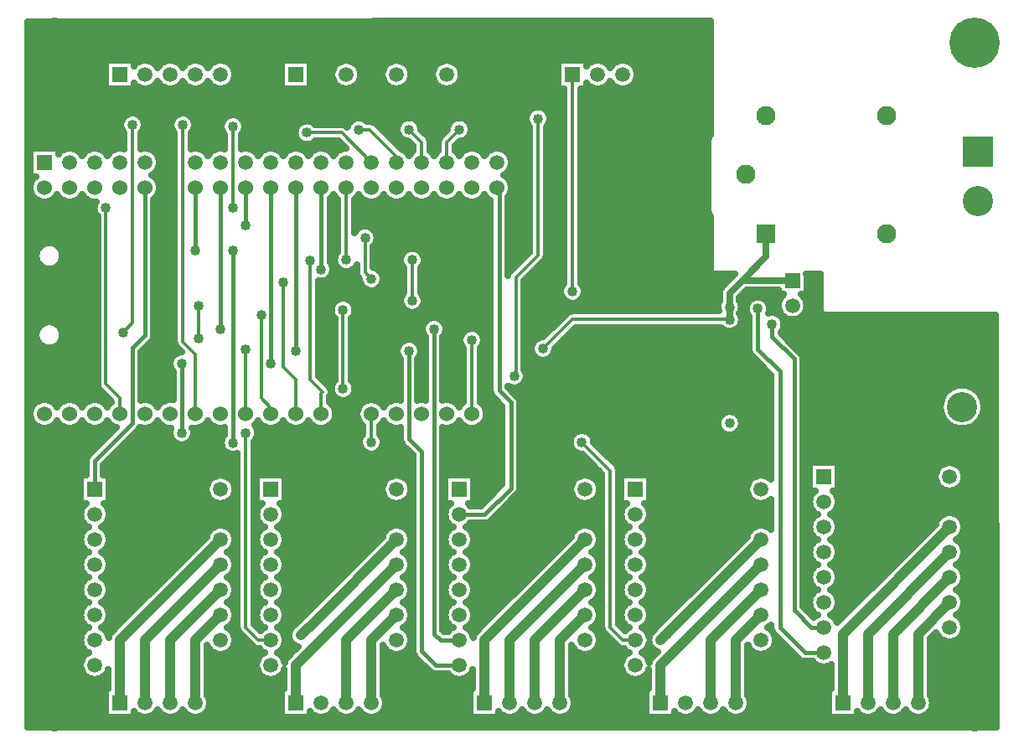
<source format=gbr>
G04 DipTrace 3.3.1.3*
G04 Bottom.gbr*
%MOIN*%
G04 #@! TF.FileFunction,Copper,L2,Bot*
G04 #@! TF.Part,Single*
G04 #@! TA.AperFunction,Conductor*
%ADD14C,0.016*%
%ADD15C,0.012008*%
%ADD16C,0.012*%
G04 #@! TA.AperFunction,CopperBalancing*
%ADD17C,0.025*%
G04 #@! TA.AperFunction,Conductor*
%ADD18C,0.015*%
G04 #@! TA.AperFunction,ViaPad*
%ADD20C,0.04*%
G04 #@! TA.AperFunction,Conductor*
%ADD23C,0.025199*%
G04 #@! TA.AperFunction,ComponentPad*
%ADD26C,0.06*%
%ADD38R,0.059055X0.059055*%
%ADD39C,0.059055*%
%ADD44C,0.076772*%
%ADD45R,0.076772X0.076772*%
%ADD47C,0.2*%
%ADD50R,0.12X0.12*%
%ADD51C,0.12*%
%ADD52R,0.059X0.059*%
%ADD53C,0.059*%
G04 #@! TA.AperFunction,ViaPad*
%ADD60C,0.03*%
%FSLAX26Y26*%
G04*
G70*
G90*
G75*
G01*
G04 Bottom*
%LPD*%
X2143700Y1293700D2*
D14*
X2243700D1*
X2348170Y1398170D1*
Y1739587D1*
X2302067Y1785690D1*
Y2593700D1*
X2293700D1*
X1793700Y2231200D2*
D15*
X1768700Y2256200D1*
Y2393700D1*
X1243700Y1578739D2*
D18*
Y2343700D1*
X1093700D2*
Y2593700D1*
X1393700D2*
Y1893700D1*
X1039369D2*
Y1618109D1*
X2843700Y793700D2*
D16*
X2793700D1*
X2743700Y843700D1*
Y1468700D1*
X2631200Y1581200D1*
X1793700D2*
Y1693700D1*
X2143700Y693700D2*
D18*
X2050393D1*
X1993700Y750393D1*
Y1543700D1*
X1943700Y1593700D1*
Y1943700D1*
X1493700D2*
Y2593700D1*
X2943700Y793700D2*
D20*
X2993700Y843700D1*
X3343700Y1193700D1*
X2993700Y843700D2*
D3*
X1512450Y812450D2*
X1568700Y868700D1*
X1893700Y1193700D1*
X1568700Y868700D2*
D3*
X3343700Y1093700D2*
X2943700Y693700D1*
Y543700D1*
X793700D2*
Y793700D1*
X1193700Y1193700D1*
X893700Y543700D2*
Y793700D1*
X1193700Y1093700D1*
X993700Y543700D2*
Y793700D1*
X1193700Y993700D1*
X1093700Y543700D2*
Y793700D1*
X1193700Y893700D1*
X2593700Y2181200D2*
D16*
Y3043700D1*
X3593700Y843700D2*
D14*
X3543700D1*
X3474949Y912451D1*
Y1912451D1*
X3387449Y1999951D1*
Y2049949D1*
X1293700Y2443700D2*
Y2593700D1*
X2093700Y2693700D2*
D16*
Y2774950D1*
X2143700Y2824950D1*
X1993700Y2693700D2*
Y2774950D1*
X1943700Y2824950D1*
X3593700Y743700D2*
D14*
X3518700D1*
X3418700Y843700D1*
Y1862449D1*
X3331200Y1949949D1*
Y2112449D1*
X1593700Y2268700D2*
Y2593700D1*
X1693700D2*
D15*
Y2306200D1*
X1956200D2*
Y2143798D1*
X1893700Y2693700D2*
D16*
Y2718700D1*
X1787450Y2824950D1*
X1743700D1*
X2362451Y1843700D2*
X2368700Y1849949D1*
Y2237449D1*
X2456200Y2324949D1*
Y2868701D1*
X2193700Y1693700D2*
D15*
Y1987451D1*
X1104927Y1993058D2*
Y2124949D1*
X1356200Y2086756D2*
Y1756200D1*
X1393700Y1718700D1*
Y1693700D1*
X1893700Y1093700D2*
D20*
X1493700Y693700D1*
Y543700D1*
X793700Y1693700D2*
D16*
Y1756200D1*
X737450Y1812450D1*
Y2512450D1*
X1243700D2*
Y2837450D1*
X1549949Y2303292D2*
D15*
Y1831200D1*
X1599949Y1781200D1*
X1593700Y1774951D1*
Y1693700D1*
X843700Y2843700D2*
D16*
Y2056200D1*
X806200Y2018700D1*
X1293700Y1949949D2*
Y1693700D1*
X3143700Y543700D2*
D20*
Y793700D1*
X3343700Y993700D1*
X1681200Y2106397D2*
D15*
Y1793700D1*
X2143700Y793700D2*
D18*
X2068700D1*
X2043700Y818700D1*
Y2031200D1*
X1193700D2*
Y2593700D1*
X3243700Y543700D2*
D20*
Y793700D1*
X3343700Y893700D1*
X3218700Y2068700D2*
D16*
X3217146Y2070254D1*
X2593409D1*
X2476409Y1953254D1*
X3218700Y2118700D2*
Y2093700D1*
D17*
Y2068700D1*
Y2118700D2*
D23*
Y2174951D1*
X3268700Y2224951D1*
X3363385Y2319636D1*
Y2409350D1*
X3468700Y2224951D2*
D17*
X3268700D1*
X1793700Y2693700D2*
D16*
X1674950Y2812450D1*
X1537450D1*
X1693700Y543700D2*
D20*
Y793700D1*
X1893700Y993700D1*
X2243700Y543700D2*
Y793700D1*
X2643700Y1193700D1*
X2343700Y543700D2*
Y793700D1*
X2643700Y1093700D1*
X2443700Y543700D2*
Y793700D1*
X2643700Y993700D1*
X2543700Y543700D2*
Y793700D1*
X2643700Y893700D1*
X1043700Y2843700D2*
D16*
Y1981200D1*
X1093700Y1931200D1*
Y1693700D1*
X1393700Y793700D2*
X1343700D1*
X1293700Y843700D1*
Y1618700D1*
X1443700Y2216678D2*
D15*
Y1881200D1*
X1493700Y1831200D1*
Y1693700D1*
X3668700Y543700D2*
D20*
Y818700D1*
X4093700Y1243700D1*
X3768700Y543700D2*
Y818700D1*
X4093700Y1143700D1*
X3868700Y543700D2*
Y818700D1*
X4093700Y1043700D1*
X3968700Y543700D2*
Y818700D1*
X4093700Y943700D1*
X1793700Y543700D2*
Y793700D1*
X1893700Y893700D1*
X693700Y1393700D2*
D18*
Y1506200D1*
X843700Y1656200D1*
Y1956200D1*
X893700Y2006200D1*
Y2593700D1*
D20*
X1793700Y2231200D3*
X1768700Y2393700D3*
X1243700Y1578739D3*
Y2343700D3*
X1093700D3*
X1393700Y1893700D3*
X1039369D3*
Y1618109D3*
X2631200Y1581200D3*
X1793700D3*
X1943700Y1943700D3*
X1493700D3*
X2943700Y793700D3*
X1512450Y812450D3*
X2593700Y2181200D3*
X3387449Y2049949D3*
X1293700Y2443700D3*
X2143700Y2824950D3*
X1943700D3*
X3331200Y2112449D3*
X1593700Y2268700D3*
X1693700Y2306200D3*
X1956200D3*
Y2143798D3*
X1743700Y2824950D3*
X2362451Y1843700D3*
X2456200Y2868701D3*
X2193700Y1987451D3*
X1104927Y1993058D3*
Y2124949D3*
X1356200Y2086756D3*
X737450Y2512450D3*
X1243700D3*
Y2837450D3*
X1549949Y2303292D3*
X843700Y2843700D3*
X806200Y2018700D3*
X1293700Y1949949D3*
X1681200Y2106397D3*
Y1793700D3*
X2043700Y2031200D3*
X1193700D3*
X1537450Y2812450D3*
X1043700Y2843700D3*
X1293700Y1618700D3*
X1443700Y2216678D3*
X1568700Y868700D3*
X2993700Y843700D3*
D60*
X2775409Y1875254D3*
Y1849254D3*
Y1823254D3*
X2736409Y1875254D3*
Y1849254D3*
Y1823254D3*
X2697409Y1875254D3*
Y1849254D3*
Y1823254D3*
X3126700Y1627700D3*
X3087700D3*
D20*
X2476409Y1953254D3*
X3218700Y2068700D3*
Y1656200D3*
X1593700Y1093700D3*
Y1043700D3*
Y993700D3*
X893700Y1093700D3*
Y1043700D3*
Y993700D3*
X2343700Y1093700D3*
Y1043700D3*
Y993700D3*
X3043700Y1093700D3*
Y1043700D3*
Y993700D3*
X3793700Y1143700D3*
Y1093700D3*
Y1043700D3*
X3218700Y2118700D3*
X593700Y2431200D3*
Y1856200D3*
X2924949Y2818700D3*
X1643700Y2418700D3*
X1718700Y2143700D3*
X1543700Y843700D3*
X2968700Y818700D3*
X428403Y3231331D2*
D17*
X3141199D1*
X428403Y3206462D2*
X3141199D1*
X428403Y3181594D2*
X3141199D1*
X428403Y3156725D2*
X3141199D1*
X428403Y3131856D2*
X3141199D1*
X428403Y3106987D2*
X3141199D1*
X428403Y3082119D2*
X735165D1*
X936954D2*
X950434D1*
X1036963D2*
X1050443D1*
X1136972D2*
X1150417D1*
X1236981D2*
X1435193D1*
X1552224D2*
X1650427D1*
X1736956D2*
X1850445D1*
X1936974D2*
X2050428D1*
X2136957D2*
X2535187D1*
X2736976D2*
X2750421D1*
X2836985D2*
X3141199D1*
X428403Y3057250D2*
X735165D1*
X1250546D2*
X1435193D1*
X1552224D2*
X1636827D1*
X1750556D2*
X1836845D1*
X1950538D2*
X2036828D1*
X2150557D2*
X2535187D1*
X2850550D2*
X3141199D1*
X428403Y3032381D2*
X735165D1*
X1251048D2*
X1435193D1*
X1552224D2*
X1636324D1*
X1751058D2*
X1836343D1*
X1951077D2*
X2036325D1*
X2151059D2*
X2535187D1*
X2851052D2*
X3141199D1*
X428403Y3007512D2*
X735165D1*
X1238955D2*
X1435193D1*
X1552224D2*
X1648453D1*
X1738965D2*
X1848436D1*
X1938948D2*
X2048454D1*
X2138966D2*
X2535187D1*
X2838959D2*
X3141199D1*
X428403Y2982644D2*
X2558691D1*
X2628678D2*
X3141199D1*
X428403Y2957775D2*
X2558691D1*
X2628678D2*
X3141199D1*
X428403Y2932906D2*
X2558691D1*
X2628678D2*
X3141199D1*
X428403Y2908037D2*
X2428934D1*
X2483490D2*
X2558691D1*
X2628678D2*
X3141199D1*
X428403Y2883169D2*
X816622D1*
X870783D2*
X1016640D1*
X1070766D2*
X1232771D1*
X1254647D2*
X2409521D1*
X2502868D2*
X2558691D1*
X2628678D2*
X3141199D1*
X428403Y2858300D2*
X797065D1*
X890340D2*
X997048D1*
X1090323D2*
X1199650D1*
X1287757D2*
X1527236D1*
X1547636D2*
X1708810D1*
X1778581D2*
X1908793D1*
X1978600D2*
X2108811D1*
X2178582D2*
X2408373D1*
X2504016D2*
X2558691D1*
X2628678D2*
X3141199D1*
X428403Y2833431D2*
X795845D1*
X891560D2*
X995863D1*
X1091543D2*
X1194877D1*
X1292530D2*
X1493469D1*
X1827420D2*
X1895480D1*
X1991913D2*
X2095498D1*
X2191895D2*
X2421219D1*
X2491205D2*
X2558691D1*
X2628678D2*
X3141199D1*
X428403Y2808562D2*
X808691D1*
X878678D2*
X1008710D1*
X1078696D2*
X1204781D1*
X1282626D2*
X1488625D1*
X1852287D2*
X1897705D1*
X2008527D2*
X2078848D1*
X2189707D2*
X2421219D1*
X2491205D2*
X2558691D1*
X2628678D2*
X3141199D1*
X428403Y2783693D2*
X808691D1*
X878678D2*
X1008710D1*
X1078696D2*
X1208693D1*
X1278679D2*
X1498421D1*
X1877155D2*
X1919774D1*
X2027510D2*
X2059901D1*
X2167638D2*
X2421219D1*
X2491205D2*
X2558691D1*
X2628678D2*
X3130685D1*
X428403Y2758825D2*
X808691D1*
X878678D2*
X1008710D1*
X1078696D2*
X1208693D1*
X1278679D2*
X1680139D1*
X1902023D2*
X1958708D1*
X2028694D2*
X2058717D1*
X2128703D2*
X2421219D1*
X2491205D2*
X2558691D1*
X2628678D2*
X3129142D1*
X635168Y2733956D2*
X652236D1*
X735141D2*
X752246D1*
X935159D2*
X1008710D1*
X1135142D2*
X1152247D1*
X1335160D2*
X1352229D1*
X1435170D2*
X1452238D1*
X1535143D2*
X1552248D1*
X1635152D2*
X1652257D1*
X1935144D2*
X1952249D1*
X2035153D2*
X2052258D1*
X2135163D2*
X2152231D1*
X2235172D2*
X2252241D1*
X2335145D2*
X2421219D1*
X2491205D2*
X2558691D1*
X2628678D2*
X3129142D1*
X950051Y2709087D2*
X1008710D1*
X2350073D2*
X2421219D1*
X2491205D2*
X2558691D1*
X2628678D2*
X3129142D1*
X951415Y2684218D2*
X1008710D1*
X2351401D2*
X2421219D1*
X2491205D2*
X2558691D1*
X2628678D2*
X3129142D1*
X940434Y2659350D2*
X1008710D1*
X2340456D2*
X2421219D1*
X2491205D2*
X2558691D1*
X2628678D2*
X3129142D1*
X428403Y2634481D2*
X452110D1*
X935303D2*
X1008710D1*
X2335289D2*
X2421219D1*
X2491205D2*
X2558691D1*
X2628678D2*
X3129142D1*
X950410Y2609612D2*
X1008710D1*
X2350396D2*
X2421219D1*
X2491205D2*
X2558691D1*
X2628678D2*
X3129142D1*
X951989Y2584743D2*
X1008710D1*
X2351975D2*
X2421219D1*
X2491205D2*
X2558691D1*
X2628678D2*
X3129142D1*
X428403Y2559875D2*
X445938D1*
X941439D2*
X1008710D1*
X2341461D2*
X2421219D1*
X2491205D2*
X2558691D1*
X2628678D2*
X3129142D1*
X428403Y2535006D2*
X694293D1*
X930207D2*
X1008710D1*
X1630703D2*
X1658716D1*
X1728702D2*
X2265087D1*
X2339056D2*
X2421219D1*
X2491205D2*
X2558691D1*
X2628678D2*
X3129142D1*
X428403Y2510137D2*
X688515D1*
X930207D2*
X1008710D1*
X1630703D2*
X1658716D1*
X1728702D2*
X2265087D1*
X2339056D2*
X2421219D1*
X2491205D2*
X2558691D1*
X2628678D2*
X3129394D1*
X428403Y2485268D2*
X697235D1*
X930207D2*
X1008710D1*
X1630703D2*
X1658716D1*
X1728702D2*
X2265087D1*
X2339056D2*
X2421219D1*
X2491205D2*
X2558691D1*
X2628678D2*
X3136319D1*
X428403Y2460399D2*
X702474D1*
X930207D2*
X1008710D1*
X1630703D2*
X1658716D1*
X1728702D2*
X2265087D1*
X2339056D2*
X2421219D1*
X2491205D2*
X2558691D1*
X2628678D2*
X3141199D1*
X428403Y2435531D2*
X702474D1*
X930207D2*
X1008710D1*
X1630703D2*
X1658716D1*
X1728702D2*
X1745915D1*
X1791500D2*
X2265087D1*
X2339056D2*
X2421219D1*
X2491205D2*
X2558691D1*
X2628678D2*
X3141199D1*
X428403Y2410662D2*
X702474D1*
X930207D2*
X1008710D1*
X1630703D2*
X1658716D1*
X1814501D2*
X2265087D1*
X2339056D2*
X2421219D1*
X2491205D2*
X2558691D1*
X2628678D2*
X3141199D1*
X428403Y2385793D2*
X702474D1*
X930207D2*
X1008710D1*
X1630703D2*
X1658716D1*
X1817013D2*
X2265087D1*
X2339056D2*
X2421219D1*
X2491205D2*
X2558691D1*
X2628678D2*
X3141199D1*
X428403Y2360924D2*
X474933D1*
X550194D2*
X702474D1*
X930207D2*
X1008710D1*
X1630703D2*
X1658716D1*
X1804167D2*
X2265087D1*
X2339056D2*
X2421219D1*
X2491205D2*
X2558691D1*
X2628678D2*
X3141199D1*
X428403Y2336056D2*
X459861D1*
X565301D2*
X702474D1*
X930207D2*
X1008710D1*
X1630703D2*
X1655558D1*
X1803700D2*
X1918051D1*
X1994353D2*
X2265087D1*
X2339056D2*
X2418851D1*
X2491205D2*
X2558691D1*
X2628678D2*
X3141199D1*
X428403Y2311187D2*
X459323D1*
X565804D2*
X702474D1*
X930207D2*
X1008710D1*
X1630703D2*
X1644972D1*
X1803700D2*
X1907465D1*
X2004939D2*
X2265087D1*
X2339056D2*
X2393983D1*
X2488119D2*
X2558691D1*
X2628678D2*
X3141199D1*
X428403Y2286318D2*
X472816D1*
X552347D2*
X702474D1*
X930207D2*
X1008710D1*
X1803700D2*
X1911664D1*
X2000740D2*
X2265087D1*
X2339056D2*
X2369115D1*
X2466015D2*
X2558691D1*
X2628678D2*
X3141199D1*
X428403Y2261449D2*
X702474D1*
X930207D2*
X1008710D1*
X1642114D2*
X1678596D1*
X1708823D2*
X1733714D1*
X1831511D2*
X1921209D1*
X1991195D2*
X2265087D1*
X2441147D2*
X2558691D1*
X2628678D2*
X3141235D1*
X428403Y2236581D2*
X702474D1*
X930207D2*
X1008710D1*
X1629806D2*
X1740281D1*
X1842383D2*
X1921209D1*
X1991195D2*
X2265087D1*
X2416279D2*
X2558691D1*
X2628678D2*
X3222549D1*
X3527218D2*
X3578699D1*
X428403Y2211712D2*
X702474D1*
X930207D2*
X1008710D1*
X1584950D2*
X1749001D1*
X1838400D2*
X1921209D1*
X1991195D2*
X2265087D1*
X2403684D2*
X2556108D1*
X2631261D2*
X3197681D1*
X3527218D2*
X3578699D1*
X428403Y2186843D2*
X702474D1*
X930207D2*
X1008710D1*
X1584950D2*
X1777277D1*
X1810124D2*
X1921209D1*
X1991195D2*
X2265087D1*
X2403684D2*
X2545055D1*
X2642350D2*
X3178950D1*
X3527218D2*
X3578699D1*
X428403Y2161974D2*
X702474D1*
X930207D2*
X1008710D1*
X1584950D2*
X1910910D1*
X2001494D2*
X2265087D1*
X2403684D2*
X2548859D1*
X2638546D2*
X3177120D1*
X3263505D2*
X3424146D1*
X3513259D2*
X3578699D1*
X428403Y2137106D2*
X702474D1*
X930207D2*
X1008710D1*
X1584950D2*
X1643788D1*
X1718619D2*
X1907681D1*
X2004724D2*
X2265087D1*
X2403684D2*
X2576454D1*
X2610951D2*
X3173495D1*
X3263900D2*
X3289294D1*
X3373131D2*
X3411515D1*
X3525890D2*
X3578699D1*
X428403Y2112237D2*
X702474D1*
X930207D2*
X1008710D1*
X1584950D2*
X1632592D1*
X1729815D2*
X1919558D1*
X1992846D2*
X2265087D1*
X2403684D2*
X3170158D1*
X3267237D2*
X3282224D1*
X3380200D2*
X3411659D1*
X3525747D2*
X3578699D1*
X428403Y2087368D2*
X702474D1*
X930207D2*
X1008710D1*
X1584950D2*
X1636288D1*
X1726119D2*
X2265087D1*
X2403684D2*
X2562065D1*
X3263792D2*
X3289545D1*
X3512756D2*
X4272484D1*
X428403Y2062499D2*
X702474D1*
X930207D2*
X1008710D1*
X1584950D2*
X1646193D1*
X1716179D2*
X2006829D1*
X2080583D2*
X2265087D1*
X2403684D2*
X2537197D1*
X3267273D2*
X3294210D1*
X3434708D2*
X4272520D1*
X428403Y2037630D2*
X467612D1*
X557550D2*
X702474D1*
X930207D2*
X1008710D1*
X1584950D2*
X1646193D1*
X1716179D2*
X1995166D1*
X2092245D2*
X2265087D1*
X2403684D2*
X2512329D1*
X2609229D2*
X3181605D1*
X3255790D2*
X3294210D1*
X3434780D2*
X4272592D1*
X428403Y2012762D2*
X458318D1*
X566808D2*
X702474D1*
X930207D2*
X1008710D1*
X1584950D2*
X1646193D1*
X1716179D2*
X1998503D1*
X2088872D2*
X2152195D1*
X2235208D2*
X2265087D1*
X2403684D2*
X2487461D1*
X2584361D2*
X3294210D1*
X3425917D2*
X4272664D1*
X428403Y1987893D2*
X461978D1*
X563184D2*
X702474D1*
X924825D2*
X1008710D1*
X1584950D2*
X1646193D1*
X1716179D2*
X1926771D1*
X1960622D2*
X2007223D1*
X2080188D2*
X2144696D1*
X2242707D2*
X2265087D1*
X2403684D2*
X2442893D1*
X2559493D2*
X3294210D1*
X3450784D2*
X4272700D1*
X428403Y1963024D2*
X483330D1*
X541833D2*
X702474D1*
X901105D2*
X1014272D1*
X1584950D2*
X1646193D1*
X1716179D2*
X1898925D1*
X1988468D2*
X2007223D1*
X2080188D2*
X2151657D1*
X2235746D2*
X2265087D1*
X2403684D2*
X2428468D1*
X2534625D2*
X3294210D1*
X3475652D2*
X4272771D1*
X428403Y1938155D2*
X702474D1*
X880185D2*
X1023243D1*
X1584950D2*
X1646193D1*
X1716179D2*
X1895049D1*
X1992343D2*
X2007223D1*
X2080188D2*
X2158690D1*
X2228713D2*
X2265087D1*
X2403684D2*
X2429939D1*
X2522891D2*
X3296291D1*
X3500520D2*
X4272843D1*
X428403Y1913287D2*
X702474D1*
X880185D2*
X994715D1*
X1584950D2*
X1646193D1*
X1716179D2*
X1906030D1*
X1981363D2*
X2007223D1*
X2080188D2*
X2158690D1*
X2228713D2*
X2265087D1*
X2403684D2*
X2450142D1*
X2502652D2*
X3316566D1*
X3511931D2*
X4272879D1*
X428403Y1888418D2*
X702474D1*
X880185D2*
X990696D1*
X1584950D2*
X1646193D1*
X1716179D2*
X1907214D1*
X1980179D2*
X2007223D1*
X2080188D2*
X2158690D1*
X2228713D2*
X2265087D1*
X2403684D2*
X3341469D1*
X3511931D2*
X4272951D1*
X428403Y1863549D2*
X702474D1*
X880185D2*
X1001497D1*
X1584950D2*
X1646193D1*
X1716179D2*
X1907214D1*
X1980179D2*
X2007223D1*
X2080188D2*
X2158690D1*
X2228713D2*
X2265087D1*
X2406985D2*
X3366337D1*
X3511931D2*
X4272987D1*
X428403Y1838680D2*
X702474D1*
X880185D2*
X1002861D1*
X1590943D2*
X1646193D1*
X1716179D2*
X1907214D1*
X1980179D2*
X2007223D1*
X2080188D2*
X2158690D1*
X2228713D2*
X2265087D1*
X2411184D2*
X3381695D1*
X3511931D2*
X4273058D1*
X428403Y1813812D2*
X702474D1*
X880185D2*
X1002861D1*
X1615811D2*
X1636791D1*
X1725616D2*
X1907214D1*
X1980179D2*
X2007223D1*
X2080188D2*
X2158690D1*
X2228713D2*
X2265087D1*
X2400562D2*
X3381695D1*
X3511931D2*
X4273130D1*
X428403Y1788943D2*
X712522D1*
X880185D2*
X1002861D1*
X1729958D2*
X1907214D1*
X1980179D2*
X2007223D1*
X2080188D2*
X2158690D1*
X2228713D2*
X2265087D1*
X2350109D2*
X3381695D1*
X3511931D2*
X4086604D1*
X4200800D2*
X4273166D1*
X428403Y1764074D2*
X737390D1*
X880185D2*
X1002861D1*
X1630057D2*
X1642855D1*
X1719516D2*
X1907214D1*
X1980179D2*
X2007223D1*
X2080188D2*
X2158690D1*
X2228713D2*
X2272695D1*
X2374977D2*
X3381695D1*
X3511931D2*
X4065720D1*
X4221684D2*
X4273238D1*
X428403Y1739205D2*
X457708D1*
X529668D2*
X557717D1*
X629677D2*
X657727D1*
X729687D2*
X757736D1*
X929669D2*
X957719D1*
X1629662D2*
X1757721D1*
X1829680D2*
X1857730D1*
X2129672D2*
X2157722D1*
X2229681D2*
X2297275D1*
X2385168D2*
X3381695D1*
X3511931D2*
X4056462D1*
X4230943D2*
X4273310D1*
X1648788Y1714336D2*
X1738594D1*
X2248772D2*
X2311162D1*
X2385168D2*
X3381695D1*
X3511931D2*
X4055026D1*
X4232378D2*
X4273346D1*
X1652520Y1689468D2*
X1734862D1*
X2252540D2*
X2311162D1*
X2385168D2*
X3183722D1*
X3253673D2*
X3381695D1*
X3511931D2*
X4060983D1*
X4226385D2*
X4273417D1*
X428403Y1664599D2*
X442780D1*
X1644626D2*
X1742793D1*
X2244609D2*
X2311162D1*
X2385168D2*
X3170481D1*
X3266914D2*
X3381695D1*
X3511931D2*
X4076377D1*
X4211027D2*
X4273453D1*
X428403Y1639730D2*
X474502D1*
X512874D2*
X574511D1*
X612884D2*
X674521D1*
X712893D2*
X774494D1*
X912875D2*
X974512D1*
X1112894D2*
X1174495D1*
X1337672D2*
X1374513D1*
X1412886D2*
X1474523D1*
X1512895D2*
X1574496D1*
X1612904D2*
X1758725D1*
X1828676D2*
X1874524D1*
X2112878D2*
X2174515D1*
X2212888D2*
X2311162D1*
X2385168D2*
X3172706D1*
X3264689D2*
X3381695D1*
X3511931D2*
X4114056D1*
X4173348D2*
X4273525D1*
X428403Y1614861D2*
X751779D1*
X852949D2*
X990481D1*
X1088241D2*
X1207221D1*
X1342517D2*
X1758725D1*
X1828676D2*
X1907214D1*
X2080188D2*
X2311162D1*
X2385168D2*
X2596621D1*
X2665782D2*
X3194918D1*
X3242477D2*
X3381695D1*
X3511931D2*
X4273597D1*
X428403Y1589993D2*
X726911D1*
X828081D2*
X999847D1*
X1078912D2*
X1196097D1*
X1332756D2*
X1745556D1*
X1841845D2*
X1907394D1*
X2080188D2*
X2311162D1*
X2385168D2*
X2583057D1*
X2679346D2*
X3381695D1*
X3511931D2*
X4273633D1*
X428403Y1565124D2*
X702044D1*
X803213D2*
X1196743D1*
X1328701D2*
X1747565D1*
X1839836D2*
X1921711D1*
X2080188D2*
X2311162D1*
X2385168D2*
X2585066D1*
X2695709D2*
X3381695D1*
X3511931D2*
X4273704D1*
X428403Y1540255D2*
X677176D1*
X778310D2*
X1215116D1*
X1328701D2*
X1769168D1*
X1818233D2*
X1946579D1*
X2080188D2*
X2311162D1*
X2385168D2*
X2606669D1*
X2720613D2*
X3381695D1*
X3511931D2*
X4273740D1*
X428403Y1515386D2*
X658480D1*
X753442D2*
X1258715D1*
X1328701D2*
X1957201D1*
X2080188D2*
X2311162D1*
X2385168D2*
X2648545D1*
X2745481D2*
X3381695D1*
X3511931D2*
X4273812D1*
X428403Y1490518D2*
X657224D1*
X730189D2*
X1258715D1*
X1328701D2*
X1957201D1*
X2080188D2*
X2311162D1*
X2385168D2*
X2673449D1*
X2770277D2*
X3381695D1*
X3511931D2*
X3535208D1*
X3652202D2*
X4060481D1*
X4126914D2*
X4273884D1*
X428403Y1465649D2*
X657224D1*
X730189D2*
X1258715D1*
X1328701D2*
X1957201D1*
X2080188D2*
X2311162D1*
X2385168D2*
X2698317D1*
X2778710D2*
X3381695D1*
X3511931D2*
X3535208D1*
X3652202D2*
X4039704D1*
X4147727D2*
X4273920D1*
X428403Y1440780D2*
X635191D1*
X752186D2*
X1160895D1*
X1226503D2*
X1258715D1*
X1452179D2*
X1860888D1*
X1926496D2*
X1957201D1*
X2202194D2*
X2311162D1*
X2385168D2*
X2610903D1*
X2676511D2*
X2708723D1*
X2902187D2*
X3310896D1*
X3511931D2*
X3535208D1*
X3652202D2*
X4035290D1*
X4152105D2*
X4273991D1*
X428403Y1415911D2*
X635191D1*
X752186D2*
X1139795D1*
X1452179D2*
X1839788D1*
X2202194D2*
X2311162D1*
X2385168D2*
X2589803D1*
X2902187D2*
X3289796D1*
X3511931D2*
X3535208D1*
X3652202D2*
X4042574D1*
X4144821D2*
X4274063D1*
X428403Y1391043D2*
X635191D1*
X752186D2*
X1135273D1*
X1452179D2*
X1835266D1*
X2202194D2*
X2289775D1*
X2384414D2*
X2585282D1*
X2902187D2*
X3285274D1*
X3511931D2*
X3535208D1*
X3652202D2*
X4072179D1*
X4115252D2*
X4274099D1*
X428403Y1366174D2*
X635191D1*
X752186D2*
X1142450D1*
X1244948D2*
X1258715D1*
X1452179D2*
X1842443D1*
X2202194D2*
X2264908D1*
X2367441D2*
X2592459D1*
X2694956D2*
X2708723D1*
X2902187D2*
X3292451D1*
X3511931D2*
X3539909D1*
X3647502D2*
X4274171D1*
X428403Y1341305D2*
X635191D1*
X752186D2*
X1171445D1*
X1215953D2*
X1258715D1*
X1452179D2*
X1871438D1*
X1915946D2*
X1957201D1*
X2202194D2*
X2240040D1*
X2342573D2*
X2621453D1*
X2665961D2*
X2708723D1*
X2902187D2*
X3321446D1*
X3365954D2*
X3381695D1*
X3511931D2*
X3535244D1*
X3652131D2*
X4274207D1*
X428403Y1316436D2*
X640036D1*
X747378D2*
X1258715D1*
X1447370D2*
X1957201D1*
X2317705D2*
X2708723D1*
X2897379D2*
X3381695D1*
X3511931D2*
X3542277D1*
X3645097D2*
X4274279D1*
X428403Y1291567D2*
X635263D1*
X752150D2*
X1258715D1*
X1452143D2*
X1957201D1*
X2292838D2*
X2708723D1*
X2902151D2*
X3381695D1*
X3511931D2*
X3562157D1*
X3625253D2*
X4062167D1*
X4125264D2*
X4274350D1*
X428403Y1266699D2*
X642153D1*
X745260D2*
X1258715D1*
X1328701D2*
X1342146D1*
X1445253D2*
X1957201D1*
X2267647D2*
X2708723D1*
X2778710D2*
X2792154D1*
X2895261D2*
X3381695D1*
X3511931D2*
X3540160D1*
X3647250D2*
X4040134D1*
X4147261D2*
X4274386D1*
X428403Y1241830D2*
X662571D1*
X724806D2*
X1162581D1*
X1224817D2*
X1258715D1*
X1328701D2*
X1362600D1*
X1424799D2*
X1862574D1*
X1924809D2*
X1957201D1*
X2080188D2*
X2112579D1*
X2174815D2*
X2612590D1*
X2674825D2*
X2708723D1*
X2778710D2*
X2812572D1*
X2874807D2*
X3312582D1*
X3511931D2*
X3535244D1*
X3652167D2*
X4023592D1*
X4152177D2*
X4274458D1*
X428403Y1216961D2*
X640251D1*
X747126D2*
X1140261D1*
X1447119D2*
X1840254D1*
X2197135D2*
X2590270D1*
X2897127D2*
X3290262D1*
X3511931D2*
X3541990D1*
X3645384D2*
X3998724D1*
X4145395D2*
X4274494D1*
X428403Y1192092D2*
X635227D1*
X752186D2*
X1123826D1*
X1452179D2*
X1823855D1*
X2202158D2*
X2573835D1*
X2902151D2*
X3273827D1*
X3511931D2*
X3563018D1*
X3624356D2*
X3973856D1*
X4124367D2*
X4274566D1*
X428403Y1167224D2*
X641866D1*
X745547D2*
X1098959D1*
X1245522D2*
X1258715D1*
X1328701D2*
X1341841D1*
X1445540D2*
X1798987D1*
X2195520D2*
X2548967D1*
X2695530D2*
X2708723D1*
X2778710D2*
X2791867D1*
X2895548D2*
X3248960D1*
X3511931D2*
X3540375D1*
X3646999D2*
X3948988D1*
X4147009D2*
X4274637D1*
X428403Y1142355D2*
X663504D1*
X723909D2*
X1074091D1*
X1223920D2*
X1258715D1*
X1328701D2*
X1363497D1*
X1423902D2*
X1774120D1*
X1923912D2*
X1957201D1*
X2080188D2*
X2113476D1*
X2173917D2*
X2524099D1*
X2673892D2*
X2708723D1*
X2778710D2*
X2813505D1*
X2873910D2*
X3224092D1*
X3511931D2*
X3535208D1*
X3652167D2*
X3924121D1*
X4152177D2*
X4274673D1*
X428403Y1117486D2*
X640502D1*
X746875D2*
X1049223D1*
X1446904D2*
X1749252D1*
X2196883D2*
X2499231D1*
X2896876D2*
X3199224D1*
X3511931D2*
X3541739D1*
X3645671D2*
X3899253D1*
X4145682D2*
X4274745D1*
X428403Y1092617D2*
X635227D1*
X752186D2*
X1024355D1*
X1452179D2*
X1724384D1*
X2202194D2*
X2474364D1*
X2902187D2*
X3174356D1*
X3511931D2*
X3563951D1*
X3623459D2*
X3874385D1*
X4123434D2*
X4274817D1*
X428403Y1067749D2*
X641579D1*
X745799D2*
X999488D1*
X1245809D2*
X1258715D1*
X1328701D2*
X1341555D1*
X1445827D2*
X1699516D1*
X2195807D2*
X2449496D1*
X2695817D2*
X2708723D1*
X2778710D2*
X2791580D1*
X2895800D2*
X3149489D1*
X3511931D2*
X3540626D1*
X3646748D2*
X3849482D1*
X4146758D2*
X4274853D1*
X428403Y1042880D2*
X664437D1*
X722976D2*
X974620D1*
X1222951D2*
X1258715D1*
X1328701D2*
X1364430D1*
X1422969D2*
X1674613D1*
X1922979D2*
X1957201D1*
X2080188D2*
X2114445D1*
X2172984D2*
X2424628D1*
X2672959D2*
X2708723D1*
X2778710D2*
X2814438D1*
X2872977D2*
X3124621D1*
X3511931D2*
X3535208D1*
X3652202D2*
X3824614D1*
X4152177D2*
X4274924D1*
X428403Y1018011D2*
X640753D1*
X746624D2*
X949752D1*
X1446653D2*
X1649745D1*
X2196632D2*
X2399760D1*
X2896625D2*
X3099753D1*
X3511931D2*
X3541452D1*
X3645959D2*
X3799746D1*
X4145969D2*
X4274960D1*
X428403Y993142D2*
X635227D1*
X752186D2*
X924884D1*
X1452179D2*
X1624877D1*
X2202194D2*
X2374893D1*
X2902187D2*
X3074886D1*
X3511931D2*
X3564920D1*
X3622490D2*
X3774878D1*
X4122465D2*
X4275032D1*
X428403Y968273D2*
X641328D1*
X746086D2*
X900017D1*
X1246096D2*
X1258737D1*
X1328701D2*
X1341340D1*
X1446079D2*
X1600010D1*
X2196094D2*
X2350025D1*
X2696068D2*
X2708723D1*
X2778710D2*
X2791329D1*
X2896087D2*
X3050018D1*
X3511931D2*
X3540878D1*
X3646497D2*
X3750011D1*
X4146507D2*
X4275104D1*
X428403Y943405D2*
X665406D1*
X721972D2*
X875149D1*
X1221982D2*
X1258715D1*
X1328701D2*
X1365435D1*
X1421964D2*
X1575142D1*
X1921975D2*
X1957201D1*
X2080188D2*
X2115414D1*
X2171980D2*
X2325157D1*
X2671990D2*
X2708723D1*
X2778710D2*
X2815407D1*
X2871973D2*
X3025150D1*
X3511931D2*
X3535208D1*
X3652202D2*
X3725143D1*
X4152177D2*
X4275140D1*
X428403Y918536D2*
X641005D1*
X746373D2*
X850281D1*
X1446366D2*
X1550274D1*
X2196381D2*
X2300289D1*
X2896374D2*
X3000282D1*
X3520149D2*
X3541165D1*
X3646210D2*
X3700275D1*
X4146220D2*
X4275212D1*
X428403Y893667D2*
X635191D1*
X752186D2*
X825414D1*
X1452179D2*
X1525406D1*
X2202194D2*
X2275422D1*
X2902187D2*
X2975415D1*
X3545016D2*
X3565925D1*
X3621450D2*
X3675407D1*
X4121460D2*
X4275247D1*
X428403Y868798D2*
X641041D1*
X746337D2*
X800546D1*
X1446366D2*
X1500539D1*
X2196345D2*
X2250554D1*
X2896338D2*
X2950547D1*
X4146256D2*
X4275319D1*
X428403Y843930D2*
X665549D1*
X721864D2*
X775678D1*
X1221838D2*
X1258715D1*
X1341907D2*
X1365542D1*
X1421857D2*
X1475743D1*
X1921867D2*
X1957201D1*
X2080188D2*
X2115558D1*
X2171836D2*
X2225686D1*
X2671846D2*
X2708723D1*
X2791915D2*
X2815550D1*
X2871865D2*
X2925679D1*
X4152177D2*
X4275391D1*
X428403Y819061D2*
X641292D1*
X1246132D2*
X1269875D1*
X1446114D2*
X1463937D1*
X2696104D2*
X2719883D1*
X4146471D2*
X4275427D1*
X428403Y794192D2*
X635227D1*
X1252196D2*
X1294743D1*
X1452179D2*
X1467202D1*
X2702204D2*
X2744751D1*
X3402197D2*
X3416934D1*
X4017683D2*
X4065038D1*
X4122357D2*
X4275499D1*
X428403Y769323D2*
X640789D1*
X1246598D2*
X1319718D1*
X1446617D2*
X1492572D1*
X2696607D2*
X2769726D1*
X3396599D2*
X3441801D1*
X4017683D2*
X4275570D1*
X428403Y744455D2*
X664545D1*
X1142678D2*
X1164555D1*
X1222843D2*
X1364538D1*
X1422861D2*
X1476209D1*
X1842706D2*
X1864548D1*
X1922836D2*
X1957739D1*
X2592686D2*
X2614563D1*
X2672851D2*
X2814546D1*
X2872834D2*
X2926217D1*
X3292679D2*
X3314556D1*
X3372844D2*
X3466669D1*
X4017683D2*
X4275606D1*
X428403Y719586D2*
X641543D1*
X1142678D2*
X1341536D1*
X1842706D2*
X1973923D1*
X2592686D2*
X2791544D1*
X3292679D2*
X3491537D1*
X4017683D2*
X4275678D1*
X428403Y694717D2*
X635227D1*
X1142678D2*
X1335220D1*
X1842706D2*
X1998791D1*
X2592686D2*
X2785228D1*
X3292679D2*
X3564059D1*
X4017683D2*
X4275714D1*
X428403Y669848D2*
X640538D1*
X1142678D2*
X1340531D1*
X1842706D2*
X2023658D1*
X2592686D2*
X2790539D1*
X3292679D2*
X3619715D1*
X4017683D2*
X4275786D1*
X428403Y644980D2*
X663612D1*
X723802D2*
X744710D1*
X1142678D2*
X1363605D1*
X1423794D2*
X1444703D1*
X1842706D2*
X2113620D1*
X2173810D2*
X2194718D1*
X2592686D2*
X2813613D1*
X2873803D2*
X2894711D1*
X3292679D2*
X3619715D1*
X4017683D2*
X4275857D1*
X428403Y620111D2*
X744710D1*
X1142678D2*
X1444703D1*
X1842706D2*
X2194718D1*
X2592686D2*
X2894711D1*
X3292679D2*
X3619715D1*
X4017683D2*
X4275893D1*
X428403Y595242D2*
X735165D1*
X1142678D2*
X1435193D1*
X1842706D2*
X2185173D1*
X2592686D2*
X2885166D1*
X3292679D2*
X3610170D1*
X4017683D2*
X4275965D1*
X428403Y570373D2*
X735165D1*
X1145477D2*
X1435193D1*
X1845470D2*
X2185173D1*
X2595449D2*
X2885166D1*
X3295478D2*
X3610170D1*
X4020446D2*
X4276001D1*
X428403Y545504D2*
X735165D1*
X1152187D2*
X1435193D1*
X1852180D2*
X2185173D1*
X2602195D2*
X2885166D1*
X3302188D2*
X3610170D1*
X4027192D2*
X4276073D1*
X428403Y520636D2*
X735165D1*
X1147235D2*
X1435193D1*
X1847264D2*
X2185173D1*
X2597243D2*
X2885166D1*
X3297236D2*
X3610170D1*
X4022240D2*
X4276145D1*
X428403Y495767D2*
X735165D1*
X925184D2*
X962204D1*
X1025193D2*
X1062213D1*
X1125202D2*
X1435193D1*
X1625176D2*
X1662197D1*
X1725186D2*
X1762206D1*
X1825195D2*
X2185173D1*
X2375192D2*
X2412212D1*
X2475201D2*
X2512221D1*
X2575210D2*
X2885166D1*
X3075185D2*
X3112205D1*
X3175194D2*
X3212214D1*
X3275203D2*
X3610170D1*
X3800189D2*
X3837209D1*
X3900198D2*
X3937218D1*
X4000207D2*
X4276180D1*
X428403Y470898D2*
X4276252D1*
X428403Y446029D2*
X4276324D1*
X1446867Y3099720D2*
X1549720D1*
Y2987680D1*
X1437680D1*
Y3099720D1*
X1446867D1*
X1749547Y3039305D2*
X1748172Y3030622D1*
X1745455Y3022262D1*
X1741465Y3014430D1*
X1736298Y3007318D1*
X1730082Y3001102D1*
X1722970Y2995935D1*
X1715138Y2991945D1*
X1706778Y2989228D1*
X1698095Y2987853D1*
X1689305D1*
X1680622Y2989228D1*
X1672262Y2991945D1*
X1664430Y2995935D1*
X1657318Y3001102D1*
X1651102Y3007318D1*
X1645935Y3014430D1*
X1641945Y3022262D1*
X1639228Y3030622D1*
X1637853Y3039305D1*
Y3048095D1*
X1639228Y3056778D1*
X1641945Y3065138D1*
X1645935Y3072970D1*
X1651102Y3080082D1*
X1657318Y3086298D1*
X1664430Y3091465D1*
X1672262Y3095455D1*
X1680622Y3098172D1*
X1689305Y3099547D1*
X1698095D1*
X1706778Y3098172D1*
X1715138Y3095455D1*
X1722970Y3091465D1*
X1730082Y3086298D1*
X1736298Y3080082D1*
X1741465Y3072970D1*
X1745455Y3065138D1*
X1748172Y3056778D1*
X1749547Y3048095D1*
Y3039305D1*
X1949547D2*
X1948172Y3030622D1*
X1945455Y3022262D1*
X1941465Y3014430D1*
X1936298Y3007318D1*
X1930082Y3001102D1*
X1922970Y2995935D1*
X1915138Y2991945D1*
X1906778Y2989228D1*
X1898095Y2987853D1*
X1889305D1*
X1880622Y2989228D1*
X1872262Y2991945D1*
X1864430Y2995935D1*
X1857318Y3001102D1*
X1851102Y3007318D1*
X1845935Y3014430D1*
X1841945Y3022262D1*
X1839228Y3030622D1*
X1837853Y3039305D1*
Y3048095D1*
X1839228Y3056778D1*
X1841945Y3065138D1*
X1845935Y3072970D1*
X1851102Y3080082D1*
X1857318Y3086298D1*
X1864430Y3091465D1*
X1872262Y3095455D1*
X1880622Y3098172D1*
X1889305Y3099547D1*
X1898095D1*
X1906778Y3098172D1*
X1915138Y3095455D1*
X1922970Y3091465D1*
X1930082Y3086298D1*
X1936298Y3080082D1*
X1941465Y3072970D1*
X1945455Y3065138D1*
X1948172Y3056778D1*
X1949547Y3048095D1*
Y3039305D1*
X2149547D2*
X2148172Y3030622D1*
X2145455Y3022262D1*
X2141465Y3014430D1*
X2136298Y3007318D1*
X2130082Y3001102D1*
X2122970Y2995935D1*
X2115138Y2991945D1*
X2106778Y2989228D1*
X2098095Y2987853D1*
X2089305D1*
X2080622Y2989228D1*
X2072262Y2991945D1*
X2064430Y2995935D1*
X2057318Y3001102D1*
X2051102Y3007318D1*
X2045935Y3014430D1*
X2041945Y3022262D1*
X2039228Y3030622D1*
X2037853Y3039305D1*
Y3048095D1*
X2039228Y3056778D1*
X2041945Y3065138D1*
X2045935Y3072970D1*
X2051102Y3080082D1*
X2057318Y3086298D1*
X2064430Y3091465D1*
X2072262Y3095455D1*
X2080622Y3098172D1*
X2089305Y3099547D1*
X2098095D1*
X2106778Y3098172D1*
X2115138Y3095455D1*
X2122970Y3091465D1*
X2130082Y3086298D1*
X2136298Y3080082D1*
X2141465Y3072970D1*
X2145455Y3065138D1*
X2148172Y3056778D1*
X2149547Y3048095D1*
Y3039305D1*
X746867Y599720D2*
X747190D1*
X747208Y677225D1*
X745430Y672273D1*
X741441Y664444D1*
X736277Y657336D1*
X730064Y651123D1*
X722956Y645959D1*
X715127Y641970D1*
X706771Y639255D1*
X698093Y637880D1*
X689307D1*
X680629Y639255D1*
X672273Y641970D1*
X664444Y645959D1*
X657336Y651123D1*
X651123Y657336D1*
X645959Y664444D1*
X641970Y672273D1*
X639255Y680629D1*
X637880Y689307D1*
Y698093D1*
X639255Y706771D1*
X641970Y715127D1*
X645959Y722956D1*
X651123Y730064D1*
X657336Y736277D1*
X664444Y741441D1*
X668514Y743697D1*
X660789Y748401D1*
X654108Y754108D1*
X648401Y760789D1*
X643811Y768280D1*
X640448Y776397D1*
X638397Y784941D1*
X637708Y793700D1*
X638397Y802459D1*
X640448Y811003D1*
X643811Y819120D1*
X648401Y826611D1*
X654108Y833292D1*
X660789Y838999D1*
X668514Y843697D1*
X660789Y848401D1*
X654108Y854108D1*
X648401Y860789D1*
X643811Y868280D1*
X640448Y876397D1*
X638397Y884941D1*
X637708Y893700D1*
X638397Y902459D1*
X640448Y911003D1*
X643811Y919120D1*
X648401Y926611D1*
X654108Y933292D1*
X660789Y938999D1*
X668514Y943697D1*
X660789Y948401D1*
X654108Y954108D1*
X648401Y960789D1*
X643811Y968280D1*
X640448Y976397D1*
X638397Y984941D1*
X637708Y993700D1*
X638397Y1002459D1*
X640448Y1011003D1*
X643811Y1019120D1*
X648401Y1026611D1*
X654108Y1033292D1*
X660789Y1038999D1*
X668514Y1043697D1*
X660789Y1048401D1*
X654108Y1054108D1*
X648401Y1060789D1*
X643811Y1068280D1*
X640448Y1076397D1*
X638397Y1084941D1*
X637708Y1093700D1*
X638397Y1102459D1*
X640448Y1111003D1*
X643811Y1119120D1*
X648401Y1126611D1*
X654108Y1133292D1*
X660789Y1138999D1*
X668514Y1143697D1*
X660789Y1148401D1*
X654108Y1154108D1*
X648401Y1160789D1*
X643811Y1168280D1*
X640448Y1176397D1*
X638397Y1184941D1*
X637708Y1193700D1*
X638397Y1202459D1*
X640448Y1211003D1*
X643811Y1219120D1*
X648401Y1226611D1*
X654108Y1233292D1*
X660789Y1238999D1*
X668514Y1243697D1*
X660789Y1248401D1*
X654108Y1254108D1*
X648401Y1260789D1*
X643811Y1268280D1*
X640448Y1276397D1*
X638397Y1284941D1*
X637708Y1293700D1*
X638397Y1302459D1*
X640448Y1311003D1*
X643811Y1319120D1*
X648401Y1326611D1*
X654108Y1333292D1*
X659157Y1337712D1*
X637708Y1337708D1*
Y1449692D1*
X659705D1*
X659813Y1508867D1*
X660647Y1514135D1*
X662295Y1519208D1*
X664717Y1523961D1*
X667852Y1528276D1*
X708638Y1569211D1*
X778696Y1639268D1*
X772081Y1641508D1*
X764183Y1645533D1*
X757011Y1650743D1*
X750743Y1657011D1*
X745533Y1664183D1*
X743712Y1667433D1*
X739403Y1660495D1*
X733646Y1653754D1*
X726905Y1647997D1*
X719347Y1643365D1*
X711157Y1639973D1*
X702537Y1637903D1*
X693700Y1637208D1*
X684863Y1637903D1*
X676243Y1639973D1*
X668053Y1643365D1*
X660495Y1647997D1*
X653754Y1653754D1*
X647997Y1660495D1*
X643712Y1667433D1*
X639403Y1660495D1*
X633646Y1653754D1*
X626905Y1647997D1*
X619347Y1643365D1*
X611157Y1639973D1*
X602537Y1637903D1*
X593700Y1637208D1*
X584863Y1637903D1*
X576243Y1639973D1*
X568053Y1643365D1*
X560495Y1647997D1*
X553754Y1653754D1*
X547997Y1660495D1*
X543712Y1667433D1*
X539403Y1660495D1*
X533646Y1653754D1*
X526905Y1647997D1*
X519347Y1643365D1*
X511157Y1639973D1*
X502537Y1637903D1*
X493700Y1637208D1*
X484863Y1637903D1*
X476243Y1639973D1*
X468053Y1643365D1*
X460495Y1647997D1*
X453754Y1653754D1*
X447997Y1660495D1*
X443365Y1668053D1*
X439973Y1676243D1*
X437903Y1684863D1*
X437208Y1693700D1*
X437903Y1702537D1*
X439973Y1711157D1*
X443365Y1719347D1*
X447997Y1726905D1*
X453754Y1733646D1*
X460495Y1739403D1*
X468053Y1744035D1*
X476243Y1747427D1*
X484863Y1749497D1*
X493700Y1750192D1*
X502537Y1749497D1*
X511157Y1747427D1*
X519347Y1744035D1*
X526905Y1739403D1*
X533646Y1733646D1*
X539403Y1726905D1*
X543688Y1719967D1*
X547997Y1726905D1*
X553754Y1733646D1*
X560495Y1739403D1*
X568053Y1744035D1*
X576243Y1747427D1*
X584863Y1749497D1*
X593700Y1750192D1*
X602537Y1749497D1*
X611157Y1747427D1*
X619347Y1744035D1*
X626905Y1739403D1*
X633646Y1733646D1*
X639403Y1726905D1*
X643688Y1719967D1*
X647997Y1726905D1*
X653754Y1733646D1*
X660495Y1739403D1*
X668053Y1744035D1*
X676243Y1747427D1*
X684863Y1749497D1*
X693700Y1750192D1*
X702537Y1749497D1*
X711157Y1747427D1*
X719347Y1744035D1*
X726905Y1739403D1*
X733646Y1733646D1*
X739403Y1726905D1*
X743688Y1719967D1*
X747997Y1726905D1*
X753754Y1733646D1*
X760495Y1739403D1*
X761201Y1739875D1*
X757733Y1746216D1*
X712743Y1791348D1*
X709746Y1795473D1*
X707431Y1800016D1*
X705856Y1804865D1*
X705058Y1809901D1*
X704958Y1876754D1*
Y2479214D1*
X699837Y2485123D1*
X696025Y2491343D1*
X693233Y2498083D1*
X691530Y2505177D1*
X690958Y2512450D1*
X691530Y2519723D1*
X693233Y2526817D1*
X696025Y2533557D1*
X698132Y2537382D1*
X689268D1*
X680512Y2538769D1*
X672081Y2541508D1*
X664183Y2545533D1*
X657011Y2550743D1*
X650743Y2557011D1*
X645533Y2564183D1*
X643712Y2567433D1*
X639403Y2560495D1*
X633646Y2553754D1*
X626905Y2547997D1*
X619347Y2543365D1*
X611157Y2539973D1*
X602537Y2537903D1*
X593700Y2537208D1*
X584863Y2537903D1*
X576243Y2539973D1*
X568053Y2543365D1*
X560495Y2547997D1*
X553754Y2553754D1*
X547997Y2560495D1*
X543712Y2567433D1*
X539403Y2560495D1*
X533646Y2553754D1*
X526905Y2547997D1*
X519347Y2543365D1*
X511157Y2539973D1*
X502537Y2537903D1*
X493700Y2537208D1*
X484863Y2537903D1*
X476243Y2539973D1*
X468053Y2543365D1*
X460495Y2547997D1*
X453754Y2553754D1*
X447997Y2560495D1*
X443365Y2568053D1*
X439973Y2576243D1*
X437903Y2584863D1*
X437208Y2593700D1*
X437903Y2602537D1*
X439973Y2611157D1*
X443365Y2619347D1*
X447997Y2626905D1*
X453754Y2633646D1*
X458304Y2637676D1*
X437680Y2637680D1*
Y2749720D1*
X549720D1*
Y2728369D1*
X554088Y2733312D1*
X560772Y2739021D1*
X568268Y2743614D1*
X576389Y2746978D1*
X584937Y2749030D1*
X593700Y2749720D1*
X602463Y2749030D1*
X611011Y2746978D1*
X619132Y2743614D1*
X626628Y2739021D1*
X633312Y2733312D1*
X639021Y2726628D1*
X643693Y2718961D1*
X648379Y2726628D1*
X654088Y2733312D1*
X660772Y2739021D1*
X668268Y2743614D1*
X676389Y2746978D1*
X684937Y2749030D1*
X693700Y2749720D1*
X702463Y2749030D1*
X711011Y2746978D1*
X719132Y2743614D1*
X726628Y2739021D1*
X733312Y2733312D1*
X739021Y2726628D1*
X743693Y2718961D1*
X748379Y2726628D1*
X754088Y2733312D1*
X760772Y2739021D1*
X768268Y2743614D1*
X776389Y2746978D1*
X784937Y2749030D1*
X793700Y2749720D1*
X802463Y2749030D1*
X811221Y2746901D1*
X811208Y2810450D1*
X806087Y2816373D1*
X802275Y2822593D1*
X799483Y2829333D1*
X797780Y2836427D1*
X797208Y2843700D1*
X797780Y2850973D1*
X799483Y2858067D1*
X802275Y2864807D1*
X806087Y2871027D1*
X810825Y2876575D1*
X816373Y2881313D1*
X822593Y2885125D1*
X829333Y2887917D1*
X836427Y2889620D1*
X843700Y2890192D1*
X850973Y2889620D1*
X858067Y2887917D1*
X864807Y2885125D1*
X871027Y2881313D1*
X876575Y2876575D1*
X881313Y2871027D1*
X885125Y2864807D1*
X887917Y2858067D1*
X889620Y2850973D1*
X890192Y2843700D1*
X889620Y2836427D1*
X887917Y2829333D1*
X885125Y2822593D1*
X881313Y2816373D1*
X876187Y2810467D1*
X876389Y2746978D1*
X884937Y2749030D1*
X893700Y2749720D1*
X902463Y2749030D1*
X911011Y2746978D1*
X919132Y2743614D1*
X926628Y2739021D1*
X933312Y2733312D1*
X939021Y2726628D1*
X943614Y2719132D1*
X946978Y2711011D1*
X949030Y2702463D1*
X949720Y2693700D1*
X949030Y2684937D1*
X946978Y2676389D1*
X943614Y2668268D1*
X939021Y2660772D1*
X933312Y2654088D1*
X926628Y2648379D1*
X919477Y2643979D1*
X926905Y2639403D1*
X933646Y2633646D1*
X939403Y2626905D1*
X944035Y2619347D1*
X947427Y2611157D1*
X949497Y2602537D1*
X950192Y2593700D1*
X949497Y2584863D1*
X947427Y2576243D1*
X944035Y2568053D1*
X939403Y2560495D1*
X933646Y2553754D1*
X927681Y2548608D1*
X927587Y2003533D1*
X926753Y1998265D1*
X925105Y1993192D1*
X922683Y1988439D1*
X919548Y1984124D1*
X877671Y1942098D1*
X877692Y1747892D1*
X884863Y1749497D1*
X893700Y1750192D1*
X902537Y1749497D1*
X911157Y1747427D1*
X919347Y1744035D1*
X926905Y1739403D1*
X933646Y1733646D1*
X939403Y1726905D1*
X943688Y1719967D1*
X947997Y1726905D1*
X953754Y1733646D1*
X960495Y1739403D1*
X968053Y1744035D1*
X976243Y1747427D1*
X984863Y1749497D1*
X993700Y1750192D1*
X1002537Y1749497D1*
X1005375Y1748932D1*
X1005377Y1862014D1*
X1001756Y1866373D1*
X997945Y1872593D1*
X995153Y1879333D1*
X993450Y1886427D1*
X992877Y1893700D1*
X993450Y1900973D1*
X995153Y1908067D1*
X997945Y1914807D1*
X1001756Y1921027D1*
X1006494Y1926575D1*
X1012042Y1931313D1*
X1018262Y1935125D1*
X1025002Y1937917D1*
X1032096Y1939620D1*
X1038785Y1940169D1*
X1018993Y1960098D1*
X1015996Y1964223D1*
X1013681Y1968766D1*
X1012106Y1973615D1*
X1011308Y1978651D1*
X1011208Y2045504D1*
Y2810448D1*
X1006087Y2816373D1*
X1002275Y2822593D1*
X999483Y2829333D1*
X997780Y2836427D1*
X997208Y2843700D1*
X997780Y2850973D1*
X999483Y2858067D1*
X1002275Y2864807D1*
X1006087Y2871027D1*
X1010825Y2876575D1*
X1016373Y2881313D1*
X1022593Y2885125D1*
X1029333Y2887917D1*
X1036427Y2889620D1*
X1043700Y2890192D1*
X1050973Y2889620D1*
X1058067Y2887917D1*
X1064807Y2885125D1*
X1071027Y2881313D1*
X1076575Y2876575D1*
X1081313Y2871027D1*
X1085125Y2864807D1*
X1087917Y2858067D1*
X1089620Y2850973D1*
X1090192Y2843700D1*
X1089620Y2836427D1*
X1087917Y2829333D1*
X1085125Y2822593D1*
X1081313Y2816373D1*
X1076187Y2810467D1*
X1076389Y2746978D1*
X1084937Y2749030D1*
X1093700Y2749720D1*
X1102463Y2749030D1*
X1111011Y2746978D1*
X1119132Y2743614D1*
X1126628Y2739021D1*
X1133312Y2733312D1*
X1139021Y2726628D1*
X1143693Y2718961D1*
X1148379Y2726628D1*
X1154088Y2733312D1*
X1160772Y2739021D1*
X1168268Y2743614D1*
X1176389Y2746978D1*
X1184937Y2749030D1*
X1193700Y2749720D1*
X1202463Y2749030D1*
X1211221Y2746901D1*
X1211208Y2804224D1*
X1206087Y2810123D1*
X1202275Y2816343D1*
X1199483Y2823083D1*
X1197780Y2830177D1*
X1197208Y2837450D1*
X1197780Y2844723D1*
X1199483Y2851817D1*
X1202275Y2858557D1*
X1206087Y2864777D1*
X1210825Y2870325D1*
X1216373Y2875063D1*
X1222593Y2878875D1*
X1229333Y2881667D1*
X1236427Y2883370D1*
X1243700Y2883942D1*
X1250973Y2883370D1*
X1258067Y2881667D1*
X1264807Y2878875D1*
X1271027Y2875063D1*
X1276575Y2870325D1*
X1281313Y2864777D1*
X1285125Y2858557D1*
X1287917Y2851817D1*
X1289620Y2844723D1*
X1290192Y2837450D1*
X1289620Y2830177D1*
X1287917Y2823083D1*
X1285125Y2816343D1*
X1281313Y2810123D1*
X1276187Y2804217D1*
X1276389Y2746978D1*
X1284937Y2749030D1*
X1293700Y2749720D1*
X1302463Y2749030D1*
X1311011Y2746978D1*
X1319132Y2743614D1*
X1326628Y2739021D1*
X1333312Y2733312D1*
X1339021Y2726628D1*
X1343693Y2718961D1*
X1348379Y2726628D1*
X1354088Y2733312D1*
X1360772Y2739021D1*
X1368268Y2743614D1*
X1376389Y2746978D1*
X1384937Y2749030D1*
X1393700Y2749720D1*
X1402463Y2749030D1*
X1411011Y2746978D1*
X1419132Y2743614D1*
X1426628Y2739021D1*
X1433312Y2733312D1*
X1439021Y2726628D1*
X1443693Y2718961D1*
X1448379Y2726628D1*
X1454088Y2733312D1*
X1460772Y2739021D1*
X1468268Y2743614D1*
X1476389Y2746978D1*
X1484937Y2749030D1*
X1493700Y2749720D1*
X1502463Y2749030D1*
X1511011Y2746978D1*
X1519132Y2743614D1*
X1526628Y2739021D1*
X1533312Y2733312D1*
X1539021Y2726628D1*
X1543693Y2718961D1*
X1548379Y2726628D1*
X1554088Y2733312D1*
X1560772Y2739021D1*
X1568268Y2743614D1*
X1576389Y2746978D1*
X1584937Y2749030D1*
X1593700Y2749720D1*
X1602463Y2749030D1*
X1611011Y2746978D1*
X1619132Y2743614D1*
X1626628Y2739021D1*
X1633312Y2733312D1*
X1639021Y2726628D1*
X1643693Y2718961D1*
X1648379Y2726628D1*
X1654088Y2733312D1*
X1660772Y2739021D1*
X1668268Y2743614D1*
X1676389Y2746978D1*
X1684937Y2749030D1*
X1691794Y2749645D1*
X1661490Y2779959D1*
X1570706Y2779958D1*
X1564777Y2774837D1*
X1558557Y2771025D1*
X1551817Y2768233D1*
X1544723Y2766530D1*
X1537450Y2765958D1*
X1530177Y2766530D1*
X1523083Y2768233D1*
X1516343Y2771025D1*
X1510123Y2774837D1*
X1504575Y2779575D1*
X1499837Y2785123D1*
X1496025Y2791343D1*
X1493233Y2798083D1*
X1491530Y2805177D1*
X1490958Y2812450D1*
X1491530Y2819723D1*
X1493233Y2826817D1*
X1496025Y2833557D1*
X1499837Y2839777D1*
X1504575Y2845325D1*
X1510123Y2850063D1*
X1516343Y2853875D1*
X1523083Y2856667D1*
X1530177Y2858370D1*
X1537450Y2858942D1*
X1544723Y2858370D1*
X1551817Y2856667D1*
X1558557Y2853875D1*
X1564777Y2850063D1*
X1570683Y2844937D1*
X1677499Y2844842D1*
X1682535Y2844044D1*
X1687384Y2842469D1*
X1691927Y2840154D1*
X1696052Y2837157D1*
X1697932Y2835418D1*
X1698492Y2835803D1*
X1700747Y2842742D1*
X1704059Y2849242D1*
X1708347Y2855144D1*
X1713506Y2860303D1*
X1719408Y2864591D1*
X1725908Y2867903D1*
X1732847Y2870158D1*
X1740052Y2871299D1*
X1747348D1*
X1754553Y2870158D1*
X1761492Y2867903D1*
X1767992Y2864591D1*
X1773894Y2860303D1*
X1776933Y2857437D1*
X1789999Y2857342D1*
X1795035Y2856544D1*
X1799884Y2854969D1*
X1804427Y2852654D1*
X1808552Y2849657D1*
X1855896Y2802455D1*
X1911541Y2746810D1*
X1919132Y2743614D1*
X1926628Y2739021D1*
X1933312Y2733312D1*
X1939021Y2726628D1*
X1943693Y2718961D1*
X1948379Y2726628D1*
X1954088Y2733312D1*
X1960772Y2739021D1*
X1961208Y2739632D1*
Y2761485D1*
X1944260Y2778440D1*
X1936427Y2779030D1*
X1929333Y2780733D1*
X1922593Y2783525D1*
X1916373Y2787337D1*
X1910825Y2792075D1*
X1906087Y2797623D1*
X1902275Y2803843D1*
X1899483Y2810583D1*
X1897780Y2817677D1*
X1897208Y2824950D1*
X1897780Y2832223D1*
X1899483Y2839317D1*
X1902275Y2846057D1*
X1906087Y2852277D1*
X1910825Y2857825D1*
X1916373Y2862563D1*
X1922593Y2866375D1*
X1929333Y2869167D1*
X1936427Y2870870D1*
X1943700Y2871442D1*
X1950973Y2870870D1*
X1958067Y2869167D1*
X1964807Y2866375D1*
X1971027Y2862563D1*
X1976575Y2857825D1*
X1981313Y2852277D1*
X1985125Y2846057D1*
X1987917Y2839317D1*
X1989620Y2832223D1*
X1990171Y2824423D1*
X2018407Y2796052D1*
X2021404Y2791927D1*
X2023719Y2787384D1*
X2025294Y2782535D1*
X2026092Y2777499D1*
X2026192Y2739317D1*
X2030082Y2736298D1*
X2036298Y2730082D1*
X2041465Y2722970D1*
X2043786Y2719132D1*
X2048379Y2726628D1*
X2054088Y2733312D1*
X2060772Y2739021D1*
X2061208Y2739632D1*
X2061308Y2777499D1*
X2062106Y2782535D1*
X2063681Y2787384D1*
X2065996Y2791927D1*
X2068993Y2796052D1*
X2097190Y2824390D1*
X2097780Y2832223D1*
X2099483Y2839317D1*
X2102275Y2846057D1*
X2106087Y2852277D1*
X2110825Y2857825D1*
X2116373Y2862563D1*
X2122593Y2866375D1*
X2129333Y2869167D1*
X2136427Y2870870D1*
X2143700Y2871442D1*
X2150973Y2870870D1*
X2158067Y2869167D1*
X2164807Y2866375D1*
X2171027Y2862563D1*
X2176575Y2857825D1*
X2181313Y2852277D1*
X2185125Y2846057D1*
X2187917Y2839317D1*
X2189620Y2832223D1*
X2190192Y2824950D1*
X2189620Y2817677D1*
X2187917Y2810583D1*
X2185125Y2803843D1*
X2181313Y2797623D1*
X2176575Y2792075D1*
X2171027Y2787337D1*
X2164807Y2783525D1*
X2158067Y2780733D1*
X2150973Y2779030D1*
X2143173Y2778479D1*
X2126204Y2761503D1*
X2126192Y2739317D1*
X2130082Y2736298D1*
X2136298Y2730082D1*
X2141465Y2722970D1*
X2143786Y2719132D1*
X2148379Y2726628D1*
X2154088Y2733312D1*
X2160772Y2739021D1*
X2168268Y2743614D1*
X2176389Y2746978D1*
X2184937Y2749030D1*
X2193700Y2749720D1*
X2202463Y2749030D1*
X2211011Y2746978D1*
X2219132Y2743614D1*
X2226628Y2739021D1*
X2233312Y2733312D1*
X2239021Y2726628D1*
X2243693Y2718961D1*
X2248379Y2726628D1*
X2254088Y2733312D1*
X2260772Y2739021D1*
X2268268Y2743614D1*
X2276389Y2746978D1*
X2284937Y2749030D1*
X2293700Y2749720D1*
X2302463Y2749030D1*
X2311011Y2746978D1*
X2319132Y2743614D1*
X2326628Y2739021D1*
X2333312Y2733312D1*
X2339021Y2726628D1*
X2343614Y2719132D1*
X2346978Y2711011D1*
X2349030Y2702463D1*
X2349720Y2693700D1*
X2349030Y2684937D1*
X2346978Y2676389D1*
X2343614Y2668268D1*
X2339021Y2660772D1*
X2333312Y2654088D1*
X2326628Y2648379D1*
X2319477Y2643979D1*
X2326905Y2639403D1*
X2333646Y2633646D1*
X2339403Y2626905D1*
X2344035Y2619347D1*
X2347427Y2611157D1*
X2349497Y2602537D1*
X2350192Y2593700D1*
X2349497Y2584863D1*
X2347427Y2576243D1*
X2344035Y2568053D1*
X2339403Y2560495D1*
X2336551Y2556897D1*
X2336608Y2242532D1*
X2337798Y2247490D1*
X2339749Y2252200D1*
X2342413Y2256548D1*
X2345725Y2260425D1*
X2423699Y2338399D1*
X2423708Y2835474D1*
X2418587Y2841374D1*
X2414775Y2847594D1*
X2411983Y2854334D1*
X2410280Y2861428D1*
X2409708Y2868701D1*
X2410280Y2875974D1*
X2411983Y2883068D1*
X2414775Y2889808D1*
X2418587Y2896029D1*
X2423325Y2901576D1*
X2428873Y2906314D1*
X2435093Y2910126D1*
X2441833Y2912918D1*
X2448927Y2914621D1*
X2456200Y2915193D1*
X2463473Y2914621D1*
X2470567Y2912918D1*
X2477307Y2910126D1*
X2483527Y2906314D1*
X2489075Y2901576D1*
X2493813Y2896029D1*
X2497625Y2889808D1*
X2500417Y2883068D1*
X2502120Y2875974D1*
X2502692Y2868701D1*
X2502120Y2861428D1*
X2500417Y2854334D1*
X2497625Y2847594D1*
X2493813Y2841374D1*
X2488687Y2835468D1*
X2488592Y2322400D1*
X2487794Y2317364D1*
X2486219Y2312515D1*
X2483904Y2307972D1*
X2480907Y2303847D1*
X2433705Y2256504D1*
X2401201Y2224000D1*
X2401192Y1869385D1*
X2403875Y1864807D1*
X2406667Y1858067D1*
X2408370Y1850973D1*
X2408943Y1843700D1*
X2408370Y1836427D1*
X2406667Y1829333D1*
X2403875Y1822593D1*
X2400064Y1816373D1*
X2395326Y1810825D1*
X2389778Y1806087D1*
X2383558Y1802275D1*
X2376818Y1799483D1*
X2369724Y1797780D1*
X2362451Y1797208D1*
X2355178Y1797780D1*
X2348084Y1799483D1*
X2341344Y1802275D1*
X2336558Y1805128D1*
X2336560Y1799978D1*
X2374398Y1761988D1*
X2377579Y1757609D1*
X2380036Y1752787D1*
X2381709Y1747639D1*
X2382556Y1742293D1*
X2382662Y1684469D1*
X2382556Y1395464D1*
X2381709Y1390118D1*
X2380036Y1384970D1*
X2377579Y1380148D1*
X2374398Y1375769D1*
X2333585Y1334806D1*
X2266101Y1267472D1*
X2261722Y1264291D1*
X2256900Y1261833D1*
X2251752Y1260161D1*
X2246406Y1259314D1*
X2187828Y1259208D1*
X2183292Y1254108D1*
X2176611Y1248401D1*
X2168886Y1243703D1*
X2176611Y1238999D1*
X2183292Y1233292D1*
X2188999Y1226611D1*
X2193589Y1219120D1*
X2196952Y1211003D1*
X2199003Y1202459D1*
X2199692Y1193700D1*
X2199003Y1184941D1*
X2196952Y1176397D1*
X2193589Y1168280D1*
X2188999Y1160789D1*
X2183292Y1154108D1*
X2176611Y1148401D1*
X2168886Y1143703D1*
X2176611Y1138999D1*
X2183292Y1133292D1*
X2188999Y1126611D1*
X2193589Y1119120D1*
X2196952Y1111003D1*
X2199003Y1102459D1*
X2199692Y1093700D1*
X2199003Y1084941D1*
X2196952Y1076397D1*
X2193589Y1068280D1*
X2188999Y1060789D1*
X2183292Y1054108D1*
X2176611Y1048401D1*
X2168886Y1043703D1*
X2176611Y1038999D1*
X2183292Y1033292D1*
X2188999Y1026611D1*
X2193589Y1019120D1*
X2196952Y1011003D1*
X2199003Y1002459D1*
X2199692Y993700D1*
X2199003Y984941D1*
X2196952Y976397D1*
X2193589Y968280D1*
X2188999Y960789D1*
X2183292Y954108D1*
X2176611Y948401D1*
X2168886Y943703D1*
X2176611Y938999D1*
X2183292Y933292D1*
X2188999Y926611D1*
X2193589Y919120D1*
X2196952Y911003D1*
X2199003Y902459D1*
X2199692Y893700D1*
X2199003Y884941D1*
X2196952Y876397D1*
X2193589Y868280D1*
X2188999Y860789D1*
X2183292Y854108D1*
X2176611Y848401D1*
X2168886Y843703D1*
X2176611Y838999D1*
X2183292Y833292D1*
X2188999Y826611D1*
X2193589Y819120D1*
X2196952Y811003D1*
X2198544Y804767D1*
X2200747Y811492D1*
X2204059Y817992D1*
X2208347Y823894D1*
X2230312Y846062D1*
X2588770Y1204520D1*
X2590448Y1211003D1*
X2593811Y1219120D1*
X2598401Y1226611D1*
X2604108Y1233292D1*
X2610789Y1238999D1*
X2618280Y1243589D1*
X2626397Y1246952D1*
X2634941Y1249003D1*
X2643700Y1249692D1*
X2652459Y1249003D1*
X2661003Y1246952D1*
X2669120Y1243589D1*
X2676611Y1238999D1*
X2683292Y1233292D1*
X2688999Y1226611D1*
X2693589Y1219120D1*
X2696952Y1211003D1*
X2699003Y1202459D1*
X2699692Y1193700D1*
X2699003Y1184941D1*
X2696952Y1176397D1*
X2693589Y1168280D1*
X2688999Y1160789D1*
X2683292Y1154108D1*
X2676611Y1148401D1*
X2668886Y1143703D1*
X2676611Y1138999D1*
X2683292Y1133292D1*
X2688999Y1126611D1*
X2693589Y1119120D1*
X2696952Y1111003D1*
X2699003Y1102459D1*
X2699692Y1093700D1*
X2699003Y1084941D1*
X2696952Y1076397D1*
X2693589Y1068280D1*
X2688999Y1060789D1*
X2683292Y1054108D1*
X2676611Y1048401D1*
X2668886Y1043703D1*
X2676611Y1038999D1*
X2683292Y1033292D1*
X2688999Y1026611D1*
X2693589Y1019120D1*
X2696952Y1011003D1*
X2699003Y1002459D1*
X2699692Y993700D1*
X2699003Y984941D1*
X2696952Y976397D1*
X2693589Y968280D1*
X2688999Y960789D1*
X2683292Y954108D1*
X2676611Y948401D1*
X2668886Y943703D1*
X2676611Y938999D1*
X2683292Y933292D1*
X2688999Y926611D1*
X2693589Y919120D1*
X2696952Y911003D1*
X2699003Y902459D1*
X2699692Y893700D1*
X2699003Y884941D1*
X2696952Y876397D1*
X2693589Y868280D1*
X2688999Y860789D1*
X2683292Y854108D1*
X2676611Y848401D1*
X2668886Y843703D1*
X2676611Y838999D1*
X2683292Y833292D1*
X2688999Y826611D1*
X2693589Y819120D1*
X2696952Y811003D1*
X2699003Y802459D1*
X2699692Y793700D1*
X2699003Y784941D1*
X2696952Y776397D1*
X2693589Y768280D1*
X2688999Y760789D1*
X2683292Y754108D1*
X2676611Y748401D1*
X2669120Y743811D1*
X2661003Y740448D1*
X2652459Y738397D1*
X2643700Y737708D1*
X2634941Y738397D1*
X2626397Y740448D1*
X2618280Y743811D1*
X2610789Y748401D1*
X2604108Y754108D1*
X2598401Y760789D1*
X2593811Y768280D1*
X2590906Y775157D1*
X2590192Y766141D1*
Y574986D1*
X2593614Y569132D1*
X2596978Y561011D1*
X2599030Y552463D1*
X2599720Y543700D1*
X2599030Y534937D1*
X2596978Y526389D1*
X2593614Y518268D1*
X2589021Y510772D1*
X2583312Y504088D1*
X2576628Y498379D1*
X2569132Y493786D1*
X2561011Y490422D1*
X2552463Y488370D1*
X2543700Y487680D1*
X2534937Y488370D1*
X2526389Y490422D1*
X2518268Y493786D1*
X2510772Y498379D1*
X2504088Y504088D1*
X2498379Y510772D1*
X2493707Y518439D1*
X2489021Y510772D1*
X2483312Y504088D1*
X2476628Y498379D1*
X2469132Y493786D1*
X2461011Y490422D1*
X2452463Y488370D1*
X2443700Y487680D1*
X2434937Y488370D1*
X2426389Y490422D1*
X2418268Y493786D1*
X2410772Y498379D1*
X2404088Y504088D1*
X2398379Y510772D1*
X2393707Y518439D1*
X2389021Y510772D1*
X2383312Y504088D1*
X2376628Y498379D1*
X2369132Y493786D1*
X2361011Y490422D1*
X2352463Y488370D1*
X2343700Y487680D1*
X2334937Y488370D1*
X2326389Y490422D1*
X2318268Y493786D1*
X2310772Y498379D1*
X2304088Y504088D1*
X2299730Y509059D1*
X2299720Y487680D1*
X2187680D1*
Y599720D1*
X2197190D1*
X2197208Y677225D1*
X2195430Y672273D1*
X2191441Y664444D1*
X2186277Y657336D1*
X2180064Y651123D1*
X2172956Y645959D1*
X2165127Y641970D1*
X2156771Y639255D1*
X2148093Y637880D1*
X2139307D1*
X2130629Y639255D1*
X2122273Y641970D1*
X2114444Y645959D1*
X2107336Y651123D1*
X2101123Y657336D1*
X2099263Y659696D1*
X2047726Y659813D1*
X2042458Y660647D1*
X2037385Y662295D1*
X2032632Y664717D1*
X2028317Y667852D1*
X1987382Y708638D1*
X1967852Y728317D1*
X1964717Y732632D1*
X1962295Y737385D1*
X1960647Y742458D1*
X1959813Y747726D1*
X1959708Y805511D1*
Y1529618D1*
X1917852Y1571624D1*
X1914717Y1575939D1*
X1912295Y1580692D1*
X1910647Y1585765D1*
X1909813Y1591033D1*
X1909708Y1639524D1*
X1902537Y1637903D1*
X1893700Y1637208D1*
X1884863Y1637903D1*
X1876243Y1639973D1*
X1868053Y1643365D1*
X1860495Y1647997D1*
X1853754Y1653754D1*
X1847997Y1660495D1*
X1843712Y1667433D1*
X1839403Y1660495D1*
X1833646Y1653754D1*
X1826905Y1647997D1*
X1826199Y1647525D1*
X1826192Y1614432D1*
X1831313Y1608527D1*
X1835125Y1602307D1*
X1837917Y1595567D1*
X1839620Y1588473D1*
X1840192Y1581200D1*
X1839620Y1573927D1*
X1837917Y1566833D1*
X1835125Y1560093D1*
X1831313Y1553873D1*
X1826575Y1548325D1*
X1821027Y1543587D1*
X1814807Y1539775D1*
X1808067Y1536983D1*
X1800973Y1535280D1*
X1793700Y1534708D1*
X1786427Y1535280D1*
X1779333Y1536983D1*
X1772593Y1539775D1*
X1766373Y1543587D1*
X1760825Y1548325D1*
X1756087Y1553873D1*
X1752275Y1560093D1*
X1749483Y1566833D1*
X1747780Y1573927D1*
X1747208Y1581200D1*
X1747780Y1588473D1*
X1749483Y1595567D1*
X1752275Y1602307D1*
X1756087Y1608527D1*
X1761213Y1614433D1*
X1761208Y1647478D1*
X1757011Y1650743D1*
X1750743Y1657011D1*
X1745533Y1664183D1*
X1741508Y1672081D1*
X1738769Y1680512D1*
X1737382Y1689268D1*
Y1698132D1*
X1738769Y1706888D1*
X1741508Y1715319D1*
X1745533Y1723217D1*
X1750743Y1730389D1*
X1757011Y1736657D1*
X1764183Y1741867D1*
X1772081Y1745892D1*
X1780512Y1748631D1*
X1789268Y1750018D1*
X1798132D1*
X1806888Y1748631D1*
X1815319Y1745892D1*
X1823217Y1741867D1*
X1830389Y1736657D1*
X1836657Y1730389D1*
X1841867Y1723217D1*
X1843688Y1719967D1*
X1847997Y1726905D1*
X1853754Y1733646D1*
X1860495Y1739403D1*
X1868053Y1744035D1*
X1876243Y1747427D1*
X1884863Y1749497D1*
X1893700Y1750192D1*
X1902537Y1749497D1*
X1909706Y1747836D1*
X1909708Y1911957D1*
X1906087Y1916373D1*
X1902275Y1922593D1*
X1899483Y1929333D1*
X1897780Y1936427D1*
X1897208Y1943700D1*
X1897780Y1950973D1*
X1899483Y1958067D1*
X1902275Y1964807D1*
X1906087Y1971027D1*
X1910825Y1976575D1*
X1916373Y1981313D1*
X1922593Y1985125D1*
X1929333Y1987917D1*
X1936427Y1989620D1*
X1943700Y1990192D1*
X1950973Y1989620D1*
X1958067Y1987917D1*
X1964807Y1985125D1*
X1971027Y1981313D1*
X1976575Y1976575D1*
X1981313Y1971027D1*
X1985125Y1964807D1*
X1987917Y1958067D1*
X1989620Y1950973D1*
X1990192Y1943700D1*
X1989620Y1936427D1*
X1987917Y1929333D1*
X1985125Y1922593D1*
X1981313Y1916373D1*
X1977688Y1912029D1*
X1977692Y1747880D1*
X1984863Y1749497D1*
X1993700Y1750192D1*
X2002537Y1749497D1*
X2009706Y1747836D1*
X2009708Y1999469D1*
X2006087Y2003873D1*
X2002275Y2010093D1*
X1999483Y2016833D1*
X1997780Y2023927D1*
X1997208Y2031200D1*
X1997780Y2038473D1*
X1999483Y2045567D1*
X2002275Y2052307D1*
X2006087Y2058527D1*
X2010825Y2064075D1*
X2016373Y2068813D1*
X2022593Y2072625D1*
X2029333Y2075417D1*
X2036427Y2077120D1*
X2043700Y2077692D1*
X2050973Y2077120D1*
X2058067Y2075417D1*
X2064807Y2072625D1*
X2071027Y2068813D1*
X2076575Y2064075D1*
X2081313Y2058527D1*
X2085125Y2052307D1*
X2087917Y2045567D1*
X2089620Y2038473D1*
X2090192Y2031200D1*
X2089620Y2023927D1*
X2087917Y2016833D1*
X2085125Y2010093D1*
X2081313Y2003873D1*
X2077688Y1999529D1*
X2077692Y1747894D1*
X2084863Y1749497D1*
X2093700Y1750192D1*
X2102537Y1749497D1*
X2111157Y1747427D1*
X2119347Y1744035D1*
X2126905Y1739403D1*
X2133646Y1733646D1*
X2139403Y1726905D1*
X2143688Y1719967D1*
X2147997Y1726905D1*
X2153754Y1733646D1*
X2160495Y1739403D1*
X2161201Y1739875D1*
X2161204Y1954183D1*
X2156087Y1960123D1*
X2152275Y1966344D1*
X2149483Y1973084D1*
X2147780Y1980178D1*
X2147208Y1987451D1*
X2147780Y1994724D1*
X2149483Y2001818D1*
X2152275Y2008558D1*
X2156087Y2014778D1*
X2160825Y2020326D1*
X2166373Y2025064D1*
X2172593Y2028875D1*
X2179333Y2031667D1*
X2186427Y2033370D1*
X2193700Y2033943D1*
X2200973Y2033370D1*
X2208067Y2031667D1*
X2214807Y2028875D1*
X2221027Y2025064D1*
X2226575Y2020326D1*
X2231313Y2014778D1*
X2235125Y2008558D1*
X2237917Y2001818D1*
X2239620Y1994724D1*
X2240192Y1987451D1*
X2239620Y1980178D1*
X2237917Y1973084D1*
X2235125Y1966344D1*
X2231313Y1960123D1*
X2226187Y1954218D1*
X2226196Y1739886D1*
X2230389Y1736657D1*
X2236657Y1730389D1*
X2241867Y1723217D1*
X2245892Y1715319D1*
X2248631Y1706888D1*
X2250018Y1698132D1*
Y1689268D1*
X2248631Y1680512D1*
X2245892Y1672081D1*
X2241867Y1664183D1*
X2236657Y1657011D1*
X2230389Y1650743D1*
X2223217Y1645533D1*
X2215319Y1641508D1*
X2206888Y1638769D1*
X2198132Y1637382D1*
X2189268D1*
X2180512Y1638769D1*
X2172081Y1641508D1*
X2164183Y1645533D1*
X2157011Y1650743D1*
X2150743Y1657011D1*
X2145533Y1664183D1*
X2143712Y1667433D1*
X2139403Y1660495D1*
X2133646Y1653754D1*
X2126905Y1647997D1*
X2119347Y1643365D1*
X2111157Y1639973D1*
X2102537Y1637903D1*
X2093700Y1637208D1*
X2084863Y1637903D1*
X2077694Y1639564D1*
X2077692Y832776D1*
X2082783Y827689D1*
X2099237Y827692D1*
X2104108Y833292D1*
X2110789Y838999D1*
X2118514Y843697D1*
X2110789Y848401D1*
X2104108Y854108D1*
X2098401Y860789D1*
X2093811Y868280D1*
X2090448Y876397D1*
X2088397Y884941D1*
X2087708Y893700D1*
X2088397Y902459D1*
X2090448Y911003D1*
X2093811Y919120D1*
X2098401Y926611D1*
X2104108Y933292D1*
X2110789Y938999D1*
X2118514Y943697D1*
X2110789Y948401D1*
X2104108Y954108D1*
X2098401Y960789D1*
X2093811Y968280D1*
X2090448Y976397D1*
X2088397Y984941D1*
X2087708Y993700D1*
X2088397Y1002459D1*
X2090448Y1011003D1*
X2093811Y1019120D1*
X2098401Y1026611D1*
X2104108Y1033292D1*
X2110789Y1038999D1*
X2118514Y1043697D1*
X2110789Y1048401D1*
X2104108Y1054108D1*
X2098401Y1060789D1*
X2093811Y1068280D1*
X2090448Y1076397D1*
X2088397Y1084941D1*
X2087708Y1093700D1*
X2088397Y1102459D1*
X2090448Y1111003D1*
X2093811Y1119120D1*
X2098401Y1126611D1*
X2104108Y1133292D1*
X2110789Y1138999D1*
X2118514Y1143697D1*
X2110789Y1148401D1*
X2104108Y1154108D1*
X2098401Y1160789D1*
X2093811Y1168280D1*
X2090448Y1176397D1*
X2088397Y1184941D1*
X2087708Y1193700D1*
X2088397Y1202459D1*
X2090448Y1211003D1*
X2093811Y1219120D1*
X2098401Y1226611D1*
X2104108Y1233292D1*
X2110789Y1238999D1*
X2118514Y1243697D1*
X2110789Y1248401D1*
X2104108Y1254108D1*
X2098401Y1260789D1*
X2093811Y1268280D1*
X2090448Y1276397D1*
X2088397Y1284941D1*
X2087708Y1293700D1*
X2088397Y1302459D1*
X2090448Y1311003D1*
X2093811Y1319120D1*
X2098401Y1326611D1*
X2104108Y1333292D1*
X2109157Y1337712D1*
X2087708Y1337708D1*
Y1449692D1*
X2199692D1*
Y1337708D1*
X2178341D1*
X2183292Y1333292D1*
X2187755Y1328189D1*
X2229427Y1328192D1*
X2313676Y1412455D1*
X2313678Y1725326D1*
X2275839Y1763289D1*
X2272658Y1767667D1*
X2270201Y1772490D1*
X2268528Y1777637D1*
X2267682Y1782983D1*
X2267575Y1840808D1*
Y2543599D1*
X2260495Y2547997D1*
X2253754Y2553754D1*
X2247997Y2560495D1*
X2243712Y2567433D1*
X2239403Y2560495D1*
X2233646Y2553754D1*
X2226905Y2547997D1*
X2219347Y2543365D1*
X2211157Y2539973D1*
X2202537Y2537903D1*
X2193700Y2537208D1*
X2184863Y2537903D1*
X2176243Y2539973D1*
X2168053Y2543365D1*
X2160495Y2547997D1*
X2153754Y2553754D1*
X2147997Y2560495D1*
X2143712Y2567433D1*
X2139403Y2560495D1*
X2133646Y2553754D1*
X2126905Y2547997D1*
X2119347Y2543365D1*
X2111157Y2539973D1*
X2102537Y2537903D1*
X2093700Y2537208D1*
X2084863Y2537903D1*
X2076243Y2539973D1*
X2068053Y2543365D1*
X2060495Y2547997D1*
X2053754Y2553754D1*
X2047997Y2560495D1*
X2043712Y2567433D1*
X2039403Y2560495D1*
X2033646Y2553754D1*
X2026905Y2547997D1*
X2019347Y2543365D1*
X2011157Y2539973D1*
X2002537Y2537903D1*
X1993700Y2537208D1*
X1984863Y2537903D1*
X1976243Y2539973D1*
X1968053Y2543365D1*
X1960495Y2547997D1*
X1953754Y2553754D1*
X1947997Y2560495D1*
X1943712Y2567433D1*
X1939403Y2560495D1*
X1933646Y2553754D1*
X1926905Y2547997D1*
X1919347Y2543365D1*
X1911157Y2539973D1*
X1902537Y2537903D1*
X1893700Y2537208D1*
X1884863Y2537903D1*
X1876243Y2539973D1*
X1868053Y2543365D1*
X1860495Y2547997D1*
X1853754Y2553754D1*
X1847997Y2560495D1*
X1843712Y2567433D1*
X1839403Y2560495D1*
X1833646Y2553754D1*
X1826905Y2547997D1*
X1819347Y2543365D1*
X1811157Y2539973D1*
X1802537Y2537903D1*
X1793700Y2537208D1*
X1784863Y2537903D1*
X1776243Y2539973D1*
X1768053Y2543365D1*
X1760495Y2547997D1*
X1753754Y2553754D1*
X1747997Y2560495D1*
X1743712Y2567433D1*
X1739403Y2560495D1*
X1733646Y2553754D1*
X1726905Y2547997D1*
X1726199Y2547525D1*
X1726196Y2412521D1*
X1729059Y2417992D1*
X1733347Y2423894D1*
X1738506Y2429053D1*
X1744408Y2433341D1*
X1750908Y2436653D1*
X1757847Y2438908D1*
X1765052Y2440049D1*
X1772348D1*
X1779553Y2438908D1*
X1786492Y2436653D1*
X1792992Y2433341D1*
X1798894Y2429053D1*
X1804053Y2423894D1*
X1808341Y2417992D1*
X1811653Y2411492D1*
X1813908Y2404553D1*
X1815049Y2397348D1*
Y2390052D1*
X1813908Y2382847D1*
X1811653Y2375908D1*
X1808341Y2369408D1*
X1804053Y2363506D1*
X1801187Y2360467D1*
X1801196Y2277112D1*
X1808067Y2275417D1*
X1814807Y2272625D1*
X1821027Y2268813D1*
X1826575Y2264075D1*
X1831313Y2258527D1*
X1835125Y2252307D1*
X1837917Y2245567D1*
X1839620Y2238473D1*
X1840192Y2231200D1*
X1839620Y2223927D1*
X1837917Y2216833D1*
X1835125Y2210093D1*
X1831313Y2203873D1*
X1826575Y2198325D1*
X1821027Y2193587D1*
X1814807Y2189775D1*
X1808067Y2186983D1*
X1800973Y2185280D1*
X1793700Y2184708D1*
X1786427Y2185280D1*
X1779333Y2186983D1*
X1772593Y2189775D1*
X1766373Y2193587D1*
X1760825Y2198325D1*
X1756087Y2203873D1*
X1752275Y2210093D1*
X1749483Y2216833D1*
X1747780Y2223927D1*
X1747229Y2231727D1*
X1742410Y2237099D1*
X1739746Y2241447D1*
X1737794Y2246158D1*
X1736604Y2251116D1*
X1736204Y2256200D1*
Y2287383D1*
X1733341Y2281908D1*
X1729053Y2276006D1*
X1723894Y2270847D1*
X1717992Y2266559D1*
X1711492Y2263247D1*
X1704553Y2260992D1*
X1697348Y2259851D1*
X1690052D1*
X1682847Y2260992D1*
X1675908Y2263247D1*
X1669408Y2266559D1*
X1663506Y2270847D1*
X1658347Y2276006D1*
X1654059Y2281908D1*
X1650747Y2288408D1*
X1648492Y2295347D1*
X1647351Y2302552D1*
Y2309848D1*
X1648492Y2317053D1*
X1650747Y2323992D1*
X1654059Y2330492D1*
X1658347Y2336394D1*
X1661213Y2339433D1*
X1661204Y2547521D1*
X1657011Y2550743D1*
X1650743Y2557011D1*
X1645533Y2564183D1*
X1643712Y2567433D1*
X1639403Y2560495D1*
X1633646Y2553754D1*
X1628198Y2549016D1*
X1628192Y2299844D1*
X1631313Y2296027D1*
X1635125Y2289807D1*
X1637917Y2283067D1*
X1639620Y2275973D1*
X1640192Y2268700D1*
X1639620Y2261427D1*
X1637917Y2254333D1*
X1635125Y2247593D1*
X1631313Y2241373D1*
X1626575Y2235825D1*
X1621027Y2231087D1*
X1614807Y2227275D1*
X1608067Y2224483D1*
X1600973Y2222780D1*
X1593700Y2222208D1*
X1586427Y2222780D1*
X1582449Y2223605D1*
X1582446Y1844656D1*
X1624660Y1802305D1*
X1627657Y1798179D1*
X1629972Y1793636D1*
X1631548Y1788786D1*
X1632345Y1783750D1*
Y1778650D1*
X1631548Y1773614D1*
X1629972Y1768764D1*
X1627657Y1764221D1*
X1626233Y1762091D1*
X1626196Y1739892D1*
X1630389Y1736657D1*
X1636657Y1730389D1*
X1641867Y1723217D1*
X1645892Y1715319D1*
X1648631Y1706888D1*
X1650018Y1698132D1*
Y1689268D1*
X1648631Y1680512D1*
X1645892Y1672081D1*
X1641867Y1664183D1*
X1636657Y1657011D1*
X1630389Y1650743D1*
X1623217Y1645533D1*
X1615319Y1641508D1*
X1606888Y1638769D1*
X1598132Y1637382D1*
X1589268D1*
X1580512Y1638769D1*
X1572081Y1641508D1*
X1564183Y1645533D1*
X1557011Y1650743D1*
X1550743Y1657011D1*
X1545533Y1664183D1*
X1543712Y1667433D1*
X1539403Y1660495D1*
X1533646Y1653754D1*
X1526905Y1647997D1*
X1519347Y1643365D1*
X1511157Y1639973D1*
X1502537Y1637903D1*
X1493700Y1637208D1*
X1484863Y1637903D1*
X1476243Y1639973D1*
X1468053Y1643365D1*
X1460495Y1647997D1*
X1453754Y1653754D1*
X1447997Y1660495D1*
X1443712Y1667433D1*
X1439403Y1660495D1*
X1433646Y1653754D1*
X1426905Y1647997D1*
X1419347Y1643365D1*
X1411157Y1639973D1*
X1402537Y1637903D1*
X1393700Y1637208D1*
X1384863Y1637903D1*
X1376243Y1639973D1*
X1368053Y1643365D1*
X1360495Y1647997D1*
X1353754Y1653754D1*
X1347997Y1660495D1*
X1343712Y1667433D1*
X1339403Y1660495D1*
X1333646Y1653754D1*
X1328633Y1649359D1*
X1333341Y1642992D1*
X1336653Y1636492D1*
X1338908Y1629553D1*
X1340049Y1622348D1*
Y1615052D1*
X1338908Y1607847D1*
X1336653Y1600908D1*
X1333341Y1594408D1*
X1329053Y1588506D1*
X1326187Y1585467D1*
X1326192Y857130D1*
X1352123Y831228D1*
X1357336Y836277D1*
X1364444Y841441D1*
X1368514Y843697D1*
X1360789Y848401D1*
X1354108Y854108D1*
X1348401Y860789D1*
X1343811Y868280D1*
X1340448Y876397D1*
X1338397Y884941D1*
X1337708Y893700D1*
X1338397Y902459D1*
X1340448Y911003D1*
X1343811Y919120D1*
X1348401Y926611D1*
X1354108Y933292D1*
X1360789Y938999D1*
X1368514Y943697D1*
X1360789Y948401D1*
X1354108Y954108D1*
X1348401Y960789D1*
X1343811Y968280D1*
X1340448Y976397D1*
X1338397Y984941D1*
X1337708Y993700D1*
X1338397Y1002459D1*
X1340448Y1011003D1*
X1343811Y1019120D1*
X1348401Y1026611D1*
X1354108Y1033292D1*
X1360789Y1038999D1*
X1368514Y1043697D1*
X1360789Y1048401D1*
X1354108Y1054108D1*
X1348401Y1060789D1*
X1343811Y1068280D1*
X1340448Y1076397D1*
X1338397Y1084941D1*
X1337708Y1093700D1*
X1338397Y1102459D1*
X1340448Y1111003D1*
X1343811Y1119120D1*
X1348401Y1126611D1*
X1354108Y1133292D1*
X1360789Y1138999D1*
X1368514Y1143697D1*
X1360789Y1148401D1*
X1354108Y1154108D1*
X1348401Y1160789D1*
X1343811Y1168280D1*
X1340448Y1176397D1*
X1338397Y1184941D1*
X1337708Y1193700D1*
X1338397Y1202459D1*
X1340448Y1211003D1*
X1343811Y1219120D1*
X1348401Y1226611D1*
X1354108Y1233292D1*
X1360789Y1238999D1*
X1368514Y1243697D1*
X1360789Y1248401D1*
X1354108Y1254108D1*
X1348401Y1260789D1*
X1343811Y1268280D1*
X1340448Y1276397D1*
X1338397Y1284941D1*
X1337708Y1293700D1*
X1338397Y1302459D1*
X1340448Y1311003D1*
X1343811Y1319120D1*
X1348401Y1326611D1*
X1354108Y1333292D1*
X1359157Y1337712D1*
X1337708Y1337708D1*
Y1449692D1*
X1449692D1*
Y1337708D1*
X1428341D1*
X1433292Y1333292D1*
X1438999Y1326611D1*
X1443589Y1319120D1*
X1446952Y1311003D1*
X1449003Y1302459D1*
X1449692Y1293700D1*
X1449003Y1284941D1*
X1446952Y1276397D1*
X1443589Y1268280D1*
X1438999Y1260789D1*
X1433292Y1254108D1*
X1426611Y1248401D1*
X1418886Y1243703D1*
X1426611Y1238999D1*
X1433292Y1233292D1*
X1438999Y1226611D1*
X1443589Y1219120D1*
X1446952Y1211003D1*
X1449003Y1202459D1*
X1449692Y1193700D1*
X1449003Y1184941D1*
X1446952Y1176397D1*
X1443589Y1168280D1*
X1438999Y1160789D1*
X1433292Y1154108D1*
X1426611Y1148401D1*
X1418886Y1143703D1*
X1426611Y1138999D1*
X1433292Y1133292D1*
X1438999Y1126611D1*
X1443589Y1119120D1*
X1446952Y1111003D1*
X1449003Y1102459D1*
X1449692Y1093700D1*
X1449003Y1084941D1*
X1446952Y1076397D1*
X1443589Y1068280D1*
X1438999Y1060789D1*
X1433292Y1054108D1*
X1426611Y1048401D1*
X1418886Y1043703D1*
X1426611Y1038999D1*
X1433292Y1033292D1*
X1438999Y1026611D1*
X1443589Y1019120D1*
X1446952Y1011003D1*
X1449003Y1002459D1*
X1449692Y993700D1*
X1449003Y984941D1*
X1446952Y976397D1*
X1443589Y968280D1*
X1438999Y960789D1*
X1433292Y954108D1*
X1426611Y948401D1*
X1418886Y943703D1*
X1426611Y938999D1*
X1433292Y933292D1*
X1438999Y926611D1*
X1443589Y919120D1*
X1446952Y911003D1*
X1449003Y902459D1*
X1449692Y893700D1*
X1449003Y884941D1*
X1446952Y876397D1*
X1443589Y868280D1*
X1438999Y860789D1*
X1433292Y854108D1*
X1426611Y848401D1*
X1418886Y843703D1*
X1426611Y838999D1*
X1433292Y833292D1*
X1438999Y826611D1*
X1443589Y819120D1*
X1446952Y811003D1*
X1449003Y802459D1*
X1449692Y793700D1*
X1449003Y784941D1*
X1446952Y776397D1*
X1443589Y768280D1*
X1438999Y760789D1*
X1433292Y754108D1*
X1426611Y748401D1*
X1418886Y743703D1*
X1426611Y738999D1*
X1433292Y733292D1*
X1438999Y726611D1*
X1443589Y719120D1*
X1446952Y711003D1*
X1448544Y704767D1*
X1450747Y711492D1*
X1454059Y717992D1*
X1458347Y723894D1*
X1480312Y746062D1*
X1501499Y767249D1*
X1494658Y769497D1*
X1488158Y772809D1*
X1482256Y777097D1*
X1477097Y782256D1*
X1472809Y788158D1*
X1469497Y794658D1*
X1467242Y801597D1*
X1466101Y808802D1*
Y816098D1*
X1467242Y823303D1*
X1469497Y830242D1*
X1472809Y836742D1*
X1477097Y842644D1*
X1499062Y864812D1*
X1838765Y1204515D1*
X1840448Y1211003D1*
X1843811Y1219120D1*
X1848401Y1226611D1*
X1854108Y1233292D1*
X1860789Y1238999D1*
X1868280Y1243589D1*
X1876397Y1246952D1*
X1884941Y1249003D1*
X1893700Y1249692D1*
X1902459Y1249003D1*
X1911003Y1246952D1*
X1919120Y1243589D1*
X1926611Y1238999D1*
X1933292Y1233292D1*
X1938999Y1226611D1*
X1943589Y1219120D1*
X1946952Y1211003D1*
X1949003Y1202459D1*
X1949692Y1193700D1*
X1949003Y1184941D1*
X1946952Y1176397D1*
X1943589Y1168280D1*
X1938999Y1160789D1*
X1933292Y1154108D1*
X1926611Y1148401D1*
X1918886Y1143703D1*
X1926611Y1138999D1*
X1933292Y1133292D1*
X1938999Y1126611D1*
X1943589Y1119120D1*
X1946952Y1111003D1*
X1949003Y1102459D1*
X1949692Y1093700D1*
X1949003Y1084941D1*
X1946952Y1076397D1*
X1943589Y1068280D1*
X1938999Y1060789D1*
X1933292Y1054108D1*
X1926611Y1048401D1*
X1918886Y1043703D1*
X1926611Y1038999D1*
X1933292Y1033292D1*
X1938999Y1026611D1*
X1943589Y1019120D1*
X1946952Y1011003D1*
X1949003Y1002459D1*
X1949692Y993700D1*
X1949003Y984941D1*
X1946952Y976397D1*
X1943589Y968280D1*
X1938999Y960789D1*
X1933292Y954108D1*
X1926611Y948401D1*
X1918886Y943703D1*
X1926611Y938999D1*
X1933292Y933292D1*
X1938999Y926611D1*
X1943589Y919120D1*
X1946952Y911003D1*
X1949003Y902459D1*
X1949692Y893700D1*
X1949003Y884941D1*
X1946952Y876397D1*
X1943589Y868280D1*
X1938999Y860789D1*
X1933292Y854108D1*
X1926611Y848401D1*
X1918886Y843703D1*
X1926611Y838999D1*
X1933292Y833292D1*
X1938999Y826611D1*
X1943589Y819120D1*
X1946952Y811003D1*
X1949003Y802459D1*
X1949692Y793700D1*
X1949003Y784941D1*
X1946952Y776397D1*
X1943589Y768280D1*
X1938999Y760789D1*
X1933292Y754108D1*
X1926611Y748401D1*
X1919120Y743811D1*
X1911003Y740448D1*
X1902459Y738397D1*
X1893700Y737708D1*
X1884941Y738397D1*
X1876397Y740448D1*
X1868280Y743811D1*
X1860789Y748401D1*
X1854108Y754108D1*
X1848401Y760789D1*
X1843811Y768280D1*
X1840906Y775157D1*
X1840192Y766141D1*
Y574986D1*
X1843614Y569132D1*
X1846978Y561011D1*
X1849030Y552463D1*
X1849720Y543700D1*
X1849030Y534937D1*
X1846978Y526389D1*
X1843614Y518268D1*
X1839021Y510772D1*
X1833312Y504088D1*
X1826628Y498379D1*
X1819132Y493786D1*
X1811011Y490422D1*
X1802463Y488370D1*
X1793700Y487680D1*
X1784937Y488370D1*
X1776389Y490422D1*
X1768268Y493786D1*
X1760772Y498379D1*
X1754088Y504088D1*
X1748379Y510772D1*
X1743707Y518439D1*
X1739021Y510772D1*
X1733312Y504088D1*
X1726628Y498379D1*
X1719132Y493786D1*
X1711011Y490422D1*
X1702463Y488370D1*
X1693700Y487680D1*
X1684937Y488370D1*
X1676389Y490422D1*
X1668268Y493786D1*
X1660772Y498379D1*
X1654088Y504088D1*
X1648379Y510772D1*
X1643707Y518439D1*
X1639021Y510772D1*
X1633312Y504088D1*
X1626628Y498379D1*
X1619132Y493786D1*
X1611011Y490422D1*
X1602463Y488370D1*
X1593700Y487680D1*
X1584937Y488370D1*
X1576389Y490422D1*
X1568268Y493786D1*
X1560772Y498379D1*
X1554088Y504088D1*
X1549730Y509059D1*
X1549720Y487680D1*
X1437680D1*
Y599720D1*
X1447190D1*
X1447208Y677225D1*
X1445430Y672273D1*
X1441441Y664444D1*
X1436277Y657336D1*
X1430064Y651123D1*
X1422956Y645959D1*
X1415127Y641970D1*
X1406771Y639255D1*
X1398093Y637880D1*
X1389307D1*
X1380629Y639255D1*
X1372273Y641970D1*
X1364444Y645959D1*
X1357336Y651123D1*
X1351123Y657336D1*
X1345959Y664444D1*
X1341970Y672273D1*
X1339255Y680629D1*
X1337880Y689307D1*
Y698093D1*
X1339255Y706771D1*
X1341970Y715127D1*
X1345959Y722956D1*
X1351123Y730064D1*
X1357336Y736277D1*
X1364444Y741441D1*
X1368514Y743697D1*
X1360789Y748401D1*
X1354108Y754108D1*
X1348125Y761203D1*
X1341151Y761308D1*
X1336115Y762106D1*
X1331266Y763681D1*
X1326723Y765996D1*
X1322598Y768993D1*
X1275254Y816195D1*
X1268993Y822598D1*
X1265996Y826723D1*
X1263681Y831266D1*
X1262105Y836115D1*
X1261308Y841151D1*
X1261208Y908004D1*
Y1535655D1*
X1254553Y1533532D1*
X1247348Y1532391D1*
X1240052D1*
X1232847Y1533532D1*
X1225908Y1535786D1*
X1219408Y1539098D1*
X1213506Y1543386D1*
X1208347Y1548545D1*
X1204059Y1554447D1*
X1200747Y1560948D1*
X1198492Y1567886D1*
X1197351Y1575092D1*
Y1582387D1*
X1198492Y1589593D1*
X1200747Y1596531D1*
X1204059Y1603031D1*
X1208347Y1608934D1*
X1209712Y1610410D1*
X1209708Y1639491D1*
X1202537Y1637903D1*
X1193700Y1637208D1*
X1184863Y1637903D1*
X1176243Y1639973D1*
X1168053Y1643365D1*
X1160495Y1647997D1*
X1153754Y1653754D1*
X1147997Y1660495D1*
X1143712Y1667433D1*
X1139403Y1660495D1*
X1133646Y1653754D1*
X1126905Y1647997D1*
X1119347Y1643365D1*
X1111157Y1639973D1*
X1102537Y1637903D1*
X1093700Y1637208D1*
X1084863Y1637903D1*
X1081073Y1638657D1*
X1083586Y1632476D1*
X1085289Y1625382D1*
X1085861Y1618109D1*
X1085289Y1610836D1*
X1083586Y1603743D1*
X1080794Y1597002D1*
X1076982Y1590782D1*
X1072244Y1585235D1*
X1066697Y1580497D1*
X1060476Y1576685D1*
X1053736Y1573893D1*
X1046642Y1572190D1*
X1039369Y1571617D1*
X1032096Y1572190D1*
X1025002Y1573893D1*
X1018262Y1576685D1*
X1012042Y1580497D1*
X1006494Y1585235D1*
X1001756Y1590782D1*
X997945Y1597002D1*
X995153Y1603743D1*
X993450Y1610836D1*
X992877Y1618109D1*
X993450Y1625382D1*
X995153Y1632476D1*
X997067Y1637313D1*
X989268Y1637382D1*
X980512Y1638769D1*
X972081Y1641508D1*
X964183Y1645533D1*
X957011Y1650743D1*
X950743Y1657011D1*
X945533Y1664183D1*
X943712Y1667433D1*
X939403Y1660495D1*
X933646Y1653754D1*
X926905Y1647997D1*
X919347Y1643365D1*
X911157Y1639973D1*
X902537Y1637903D1*
X893700Y1637208D1*
X884863Y1637903D1*
X876243Y1639973D1*
X874016Y1640794D1*
X871200Y1636220D1*
X867728Y1632157D1*
X727697Y1492125D1*
X727692Y1449682D1*
X749692Y1449692D1*
Y1337708D1*
X728341D1*
X733292Y1333292D1*
X738999Y1326611D1*
X743589Y1319120D1*
X746952Y1311003D1*
X749003Y1302459D1*
X749692Y1293700D1*
X749003Y1284941D1*
X746952Y1276397D1*
X743589Y1268280D1*
X738999Y1260789D1*
X733292Y1254108D1*
X726611Y1248401D1*
X718886Y1243703D1*
X726611Y1238999D1*
X733292Y1233292D1*
X738999Y1226611D1*
X743589Y1219120D1*
X746952Y1211003D1*
X749003Y1202459D1*
X749692Y1193700D1*
X749003Y1184941D1*
X746952Y1176397D1*
X743589Y1168280D1*
X738999Y1160789D1*
X733292Y1154108D1*
X726611Y1148401D1*
X718886Y1143703D1*
X726611Y1138999D1*
X733292Y1133292D1*
X738999Y1126611D1*
X743589Y1119120D1*
X746952Y1111003D1*
X749003Y1102459D1*
X749692Y1093700D1*
X749003Y1084941D1*
X746952Y1076397D1*
X743589Y1068280D1*
X738999Y1060789D1*
X733292Y1054108D1*
X726611Y1048401D1*
X718886Y1043703D1*
X726611Y1038999D1*
X733292Y1033292D1*
X738999Y1026611D1*
X743589Y1019120D1*
X746952Y1011003D1*
X749003Y1002459D1*
X749692Y993700D1*
X749003Y984941D1*
X746952Y976397D1*
X743589Y968280D1*
X738999Y960789D1*
X733292Y954108D1*
X726611Y948401D1*
X718886Y943703D1*
X726611Y938999D1*
X733292Y933292D1*
X738999Y926611D1*
X743589Y919120D1*
X746952Y911003D1*
X749003Y902459D1*
X749692Y893700D1*
X749003Y884941D1*
X746952Y876397D1*
X743589Y868280D1*
X738999Y860789D1*
X733292Y854108D1*
X726611Y848401D1*
X718886Y843703D1*
X726611Y838999D1*
X733292Y833292D1*
X738999Y826611D1*
X743589Y819120D1*
X746952Y811003D1*
X748544Y804767D1*
X750747Y811492D1*
X754059Y817992D1*
X758347Y823894D1*
X780312Y846062D1*
X1138770Y1204520D1*
X1140448Y1211003D1*
X1143811Y1219120D1*
X1148401Y1226611D1*
X1154108Y1233292D1*
X1160789Y1238999D1*
X1168280Y1243589D1*
X1176397Y1246952D1*
X1184941Y1249003D1*
X1193700Y1249692D1*
X1202459Y1249003D1*
X1211003Y1246952D1*
X1219120Y1243589D1*
X1226611Y1238999D1*
X1233292Y1233292D1*
X1238999Y1226611D1*
X1243589Y1219120D1*
X1246952Y1211003D1*
X1249003Y1202459D1*
X1249692Y1193700D1*
X1249003Y1184941D1*
X1246952Y1176397D1*
X1243589Y1168280D1*
X1238999Y1160789D1*
X1233292Y1154108D1*
X1226611Y1148401D1*
X1218886Y1143703D1*
X1226611Y1138999D1*
X1233292Y1133292D1*
X1238999Y1126611D1*
X1243589Y1119120D1*
X1246952Y1111003D1*
X1249003Y1102459D1*
X1249692Y1093700D1*
X1249003Y1084941D1*
X1246952Y1076397D1*
X1243589Y1068280D1*
X1238999Y1060789D1*
X1233292Y1054108D1*
X1226611Y1048401D1*
X1218886Y1043703D1*
X1226611Y1038999D1*
X1233292Y1033292D1*
X1238999Y1026611D1*
X1243589Y1019120D1*
X1246952Y1011003D1*
X1249003Y1002459D1*
X1249692Y993700D1*
X1249003Y984941D1*
X1246952Y976397D1*
X1243589Y968280D1*
X1238999Y960789D1*
X1233292Y954108D1*
X1226611Y948401D1*
X1218886Y943703D1*
X1226611Y938999D1*
X1233292Y933292D1*
X1238999Y926611D1*
X1243589Y919120D1*
X1246952Y911003D1*
X1249003Y902459D1*
X1249692Y893700D1*
X1249003Y884941D1*
X1246952Y876397D1*
X1243589Y868280D1*
X1238999Y860789D1*
X1233292Y854108D1*
X1226611Y848401D1*
X1218886Y843703D1*
X1226611Y838999D1*
X1233292Y833292D1*
X1238999Y826611D1*
X1243589Y819120D1*
X1246952Y811003D1*
X1249003Y802459D1*
X1249692Y793700D1*
X1249003Y784941D1*
X1246952Y776397D1*
X1243589Y768280D1*
X1238999Y760789D1*
X1233292Y754108D1*
X1226611Y748401D1*
X1219120Y743811D1*
X1211003Y740448D1*
X1202459Y738397D1*
X1193700Y737708D1*
X1184941Y738397D1*
X1176397Y740448D1*
X1168280Y743811D1*
X1160789Y748401D1*
X1154108Y754108D1*
X1148401Y760789D1*
X1143811Y768280D1*
X1140906Y775157D1*
X1140192Y766141D1*
Y574986D1*
X1143614Y569132D1*
X1146978Y561011D1*
X1149030Y552463D1*
X1149720Y543700D1*
X1149030Y534937D1*
X1146978Y526389D1*
X1143614Y518268D1*
X1139021Y510772D1*
X1133312Y504088D1*
X1126628Y498379D1*
X1119132Y493786D1*
X1111011Y490422D1*
X1102463Y488370D1*
X1093700Y487680D1*
X1084937Y488370D1*
X1076389Y490422D1*
X1068268Y493786D1*
X1060772Y498379D1*
X1054088Y504088D1*
X1048379Y510772D1*
X1043707Y518439D1*
X1039021Y510772D1*
X1033312Y504088D1*
X1026628Y498379D1*
X1019132Y493786D1*
X1011011Y490422D1*
X1002463Y488370D1*
X993700Y487680D1*
X984937Y488370D1*
X976389Y490422D1*
X968268Y493786D1*
X960772Y498379D1*
X954088Y504088D1*
X948379Y510772D1*
X943707Y518439D1*
X939021Y510772D1*
X933312Y504088D1*
X926628Y498379D1*
X919132Y493786D1*
X911011Y490422D1*
X902463Y488370D1*
X893700Y487680D1*
X884937Y488370D1*
X876389Y490422D1*
X868268Y493786D1*
X860772Y498379D1*
X854088Y504088D1*
X849730Y509059D1*
X849720Y487680D1*
X737680D1*
Y599720D1*
X746867D1*
Y3099720D2*
X849720D1*
Y3078369D1*
X854088Y3083312D1*
X860772Y3089021D1*
X868268Y3093614D1*
X876389Y3096978D1*
X884937Y3099030D1*
X893700Y3099720D1*
X902463Y3099030D1*
X911011Y3096978D1*
X919132Y3093614D1*
X926628Y3089021D1*
X933312Y3083312D1*
X939021Y3076628D1*
X943693Y3068961D1*
X948379Y3076628D1*
X954088Y3083312D1*
X960772Y3089021D1*
X968268Y3093614D1*
X976389Y3096978D1*
X984937Y3099030D1*
X993700Y3099720D1*
X1002463Y3099030D1*
X1011011Y3096978D1*
X1019132Y3093614D1*
X1026628Y3089021D1*
X1033312Y3083312D1*
X1039021Y3076628D1*
X1043693Y3068961D1*
X1048379Y3076628D1*
X1054088Y3083312D1*
X1060772Y3089021D1*
X1068268Y3093614D1*
X1076389Y3096978D1*
X1084937Y3099030D1*
X1093700Y3099720D1*
X1102463Y3099030D1*
X1111011Y3096978D1*
X1119132Y3093614D1*
X1126628Y3089021D1*
X1133312Y3083312D1*
X1139021Y3076628D1*
X1143693Y3068961D1*
X1148379Y3076628D1*
X1154088Y3083312D1*
X1160772Y3089021D1*
X1168268Y3093614D1*
X1176389Y3096978D1*
X1184937Y3099030D1*
X1193700Y3099720D1*
X1202463Y3099030D1*
X1211011Y3096978D1*
X1219132Y3093614D1*
X1226628Y3089021D1*
X1233312Y3083312D1*
X1239021Y3076628D1*
X1243614Y3069132D1*
X1246978Y3061011D1*
X1249030Y3052463D1*
X1249720Y3043700D1*
X1249030Y3034937D1*
X1246978Y3026389D1*
X1243614Y3018268D1*
X1239021Y3010772D1*
X1233312Y3004088D1*
X1226628Y2998379D1*
X1219132Y2993786D1*
X1211011Y2990422D1*
X1202463Y2988370D1*
X1193700Y2987680D1*
X1184937Y2988370D1*
X1176389Y2990422D1*
X1168268Y2993786D1*
X1160772Y2998379D1*
X1154088Y3004088D1*
X1148379Y3010772D1*
X1143707Y3018439D1*
X1139021Y3010772D1*
X1133312Y3004088D1*
X1126628Y2998379D1*
X1119132Y2993786D1*
X1111011Y2990422D1*
X1102463Y2988370D1*
X1093700Y2987680D1*
X1084937Y2988370D1*
X1076389Y2990422D1*
X1068268Y2993786D1*
X1060772Y2998379D1*
X1054088Y3004088D1*
X1048379Y3010772D1*
X1043707Y3018439D1*
X1039021Y3010772D1*
X1033312Y3004088D1*
X1026628Y2998379D1*
X1019132Y2993786D1*
X1011011Y2990422D1*
X1002463Y2988370D1*
X993700Y2987680D1*
X984937Y2988370D1*
X976389Y2990422D1*
X968268Y2993786D1*
X960772Y2998379D1*
X954088Y3004088D1*
X948379Y3010772D1*
X943707Y3018439D1*
X939021Y3010772D1*
X933312Y3004088D1*
X926628Y2998379D1*
X919132Y2993786D1*
X911011Y2990422D1*
X902463Y2988370D1*
X893700Y2987680D1*
X884937Y2988370D1*
X876389Y2990422D1*
X868268Y2993786D1*
X860772Y2998379D1*
X854088Y3004088D1*
X849730Y3009059D1*
X849720Y2987680D1*
X737680D1*
Y3099720D1*
X746867D1*
X2896867Y599720D2*
X2897190D1*
X2897208Y677225D1*
X2895430Y672273D1*
X2891441Y664444D1*
X2886277Y657336D1*
X2880064Y651123D1*
X2872956Y645959D1*
X2865127Y641970D1*
X2856771Y639255D1*
X2848093Y637880D1*
X2839307D1*
X2830629Y639255D1*
X2822273Y641970D1*
X2814444Y645959D1*
X2807336Y651123D1*
X2801123Y657336D1*
X2795959Y664444D1*
X2791970Y672273D1*
X2789255Y680629D1*
X2787880Y689307D1*
Y698093D1*
X2789255Y706771D1*
X2791970Y715127D1*
X2795959Y722956D1*
X2801123Y730064D1*
X2807336Y736277D1*
X2814444Y741441D1*
X2818514Y743697D1*
X2810789Y748401D1*
X2804108Y754108D1*
X2798125Y761203D1*
X2791151Y761308D1*
X2786115Y762105D1*
X2781266Y763681D1*
X2776723Y765996D1*
X2772598Y768993D1*
X2725254Y816195D1*
X2718993Y822598D1*
X2715996Y826723D1*
X2713681Y831266D1*
X2712105Y836115D1*
X2711308Y841151D1*
X2711208Y908004D1*
Y1455274D1*
X2631738Y1534711D1*
X2623927Y1535280D1*
X2616833Y1536983D1*
X2610093Y1539775D1*
X2603873Y1543587D1*
X2598325Y1548325D1*
X2593587Y1553873D1*
X2589775Y1560093D1*
X2586983Y1566833D1*
X2585280Y1573927D1*
X2584708Y1581200D1*
X2585280Y1588473D1*
X2586983Y1595567D1*
X2589775Y1602307D1*
X2593587Y1608527D1*
X2598325Y1614075D1*
X2603873Y1618813D1*
X2610093Y1622625D1*
X2616833Y1625417D1*
X2623927Y1627120D1*
X2631200Y1627692D1*
X2638473Y1627120D1*
X2645567Y1625417D1*
X2652307Y1622625D1*
X2658527Y1618813D1*
X2664075Y1614075D1*
X2668813Y1608527D1*
X2672625Y1602307D1*
X2675417Y1595567D1*
X2677120Y1588473D1*
X2677671Y1580673D1*
X2768407Y1489802D1*
X2771404Y1485677D1*
X2773719Y1481134D1*
X2775295Y1476285D1*
X2776092Y1471249D1*
X2776192Y1404396D1*
Y857126D1*
X2802123Y831228D1*
X2807336Y836277D1*
X2814444Y841441D1*
X2818514Y843697D1*
X2810789Y848401D1*
X2804108Y854108D1*
X2798401Y860789D1*
X2793811Y868280D1*
X2790448Y876397D1*
X2788397Y884941D1*
X2787708Y893700D1*
X2788397Y902459D1*
X2790448Y911003D1*
X2793811Y919120D1*
X2798401Y926611D1*
X2804108Y933292D1*
X2810789Y938999D1*
X2818514Y943697D1*
X2810789Y948401D1*
X2804108Y954108D1*
X2798401Y960789D1*
X2793811Y968280D1*
X2790448Y976397D1*
X2788397Y984941D1*
X2787708Y993700D1*
X2788397Y1002459D1*
X2790448Y1011003D1*
X2793811Y1019120D1*
X2798401Y1026611D1*
X2804108Y1033292D1*
X2810789Y1038999D1*
X2818514Y1043697D1*
X2810789Y1048401D1*
X2804108Y1054108D1*
X2798401Y1060789D1*
X2793811Y1068280D1*
X2790448Y1076397D1*
X2788397Y1084941D1*
X2787708Y1093700D1*
X2788397Y1102459D1*
X2790448Y1111003D1*
X2793811Y1119120D1*
X2798401Y1126611D1*
X2804108Y1133292D1*
X2810789Y1138999D1*
X2818514Y1143697D1*
X2810789Y1148401D1*
X2804108Y1154108D1*
X2798401Y1160789D1*
X2793811Y1168280D1*
X2790448Y1176397D1*
X2788397Y1184941D1*
X2787708Y1193700D1*
X2788397Y1202459D1*
X2790448Y1211003D1*
X2793811Y1219120D1*
X2798401Y1226611D1*
X2804108Y1233292D1*
X2810789Y1238999D1*
X2818514Y1243697D1*
X2810789Y1248401D1*
X2804108Y1254108D1*
X2798401Y1260789D1*
X2793811Y1268280D1*
X2790448Y1276397D1*
X2788397Y1284941D1*
X2787708Y1293700D1*
X2788397Y1302459D1*
X2790448Y1311003D1*
X2793811Y1319120D1*
X2798401Y1326611D1*
X2804108Y1333292D1*
X2809157Y1337712D1*
X2787708Y1337708D1*
Y1449692D1*
X2899692D1*
Y1337708D1*
X2878341D1*
X2883292Y1333292D1*
X2888999Y1326611D1*
X2893589Y1319120D1*
X2896952Y1311003D1*
X2899003Y1302459D1*
X2899692Y1293700D1*
X2899003Y1284941D1*
X2896952Y1276397D1*
X2893589Y1268280D1*
X2888999Y1260789D1*
X2883292Y1254108D1*
X2876611Y1248401D1*
X2868886Y1243703D1*
X2876611Y1238999D1*
X2883292Y1233292D1*
X2888999Y1226611D1*
X2893589Y1219120D1*
X2896952Y1211003D1*
X2899003Y1202459D1*
X2899692Y1193700D1*
X2899003Y1184941D1*
X2896952Y1176397D1*
X2893589Y1168280D1*
X2888999Y1160789D1*
X2883292Y1154108D1*
X2876611Y1148401D1*
X2868886Y1143703D1*
X2876611Y1138999D1*
X2883292Y1133292D1*
X2888999Y1126611D1*
X2893589Y1119120D1*
X2896952Y1111003D1*
X2899003Y1102459D1*
X2899692Y1093700D1*
X2899003Y1084941D1*
X2896952Y1076397D1*
X2893589Y1068280D1*
X2888999Y1060789D1*
X2883292Y1054108D1*
X2876611Y1048401D1*
X2868886Y1043703D1*
X2876611Y1038999D1*
X2883292Y1033292D1*
X2888999Y1026611D1*
X2893589Y1019120D1*
X2896952Y1011003D1*
X2899003Y1002459D1*
X2899692Y993700D1*
X2899003Y984941D1*
X2896952Y976397D1*
X2893589Y968280D1*
X2888999Y960789D1*
X2883292Y954108D1*
X2876611Y948401D1*
X2868886Y943703D1*
X2876611Y938999D1*
X2883292Y933292D1*
X2888999Y926611D1*
X2893589Y919120D1*
X2896952Y911003D1*
X2899003Y902459D1*
X2899692Y893700D1*
X2899003Y884941D1*
X2896952Y876397D1*
X2893589Y868280D1*
X2888999Y860789D1*
X2883292Y854108D1*
X2876611Y848401D1*
X2868886Y843703D1*
X2876611Y838999D1*
X2883292Y833292D1*
X2888999Y826611D1*
X2893589Y819120D1*
X2896952Y811003D1*
X2898544Y804767D1*
X2900747Y811492D1*
X2904059Y817992D1*
X2908347Y823894D1*
X2930312Y846062D1*
X3288783Y1204533D1*
X3290448Y1211003D1*
X3293811Y1219120D1*
X3298401Y1226611D1*
X3304108Y1233292D1*
X3310789Y1238999D1*
X3318280Y1243589D1*
X3326397Y1246952D1*
X3334941Y1249003D1*
X3343700Y1249692D1*
X3352459Y1249003D1*
X3361003Y1246952D1*
X3369120Y1243589D1*
X3376611Y1238999D1*
X3383292Y1233292D1*
X3384213Y1232296D1*
X3384208Y1355014D1*
X3380064Y1351123D1*
X3372956Y1345959D1*
X3365127Y1341970D1*
X3356771Y1339255D1*
X3348093Y1337880D1*
X3339307D1*
X3330629Y1339255D1*
X3322273Y1341970D1*
X3314444Y1345959D1*
X3307336Y1351123D1*
X3301123Y1357336D1*
X3295959Y1364444D1*
X3291970Y1372273D1*
X3289255Y1380629D1*
X3287880Y1389307D1*
Y1398093D1*
X3289255Y1406771D1*
X3291970Y1415127D1*
X3295959Y1422956D1*
X3301123Y1430064D1*
X3307336Y1436277D1*
X3314444Y1441441D1*
X3322273Y1445430D1*
X3330629Y1448145D1*
X3339307Y1449520D1*
X3348093D1*
X3356771Y1448145D1*
X3365127Y1445430D1*
X3372956Y1441441D1*
X3380064Y1436277D1*
X3384213Y1432296D1*
X3384208Y1848134D1*
X3304972Y1927548D1*
X3301791Y1931927D1*
X3299333Y1936750D1*
X3297661Y1941897D1*
X3296814Y1947243D1*
X3296708Y2005067D1*
Y2081250D1*
X3291559Y2088157D1*
X3288247Y2094658D1*
X3285992Y2101596D1*
X3284851Y2108802D1*
Y2116097D1*
X3285992Y2123303D1*
X3288247Y2130241D1*
X3291559Y2136741D1*
X3295847Y2142644D1*
X3301006Y2147802D1*
X3306908Y2152090D1*
X3313408Y2155402D1*
X3320347Y2157657D1*
X3327552Y2158798D1*
X3334848D1*
X3342053Y2157657D1*
X3348992Y2155402D1*
X3355492Y2152090D1*
X3361394Y2147802D1*
X3366553Y2142644D1*
X3370841Y2136741D1*
X3374153Y2130241D1*
X3376408Y2123303D1*
X3377549Y2116097D1*
Y2108802D1*
X3376408Y2101596D1*
X3374064Y2094463D1*
X3380176Y2095869D1*
X3387449Y2096441D1*
X3394722Y2095869D1*
X3401816Y2094166D1*
X3408556Y2091374D1*
X3414777Y2087562D1*
X3420324Y2082824D1*
X3425062Y2077277D1*
X3428874Y2071056D1*
X3431666Y2064316D1*
X3433369Y2057222D1*
X3433941Y2049949D1*
X3433369Y2042676D1*
X3431666Y2035582D1*
X3428874Y2028842D1*
X3425062Y2022622D1*
X3421941Y2018823D1*
X3424830Y2011349D1*
X3501177Y1934852D1*
X3504359Y1930473D1*
X3506816Y1925650D1*
X3508488Y1920503D1*
X3509335Y1915157D1*
X3509442Y1857333D1*
Y926748D1*
X3553512Y882667D1*
X3557336Y886277D1*
X3564444Y891441D1*
X3568514Y893697D1*
X3560789Y898401D1*
X3554108Y904108D1*
X3548401Y910789D1*
X3543811Y918280D1*
X3540448Y926397D1*
X3538397Y934941D1*
X3537708Y943700D1*
X3538397Y952459D1*
X3540448Y961003D1*
X3543811Y969120D1*
X3548401Y976611D1*
X3554108Y983292D1*
X3560789Y988999D1*
X3568514Y993697D1*
X3560789Y998401D1*
X3554108Y1004108D1*
X3548401Y1010789D1*
X3543811Y1018280D1*
X3540448Y1026397D1*
X3538397Y1034941D1*
X3537708Y1043700D1*
X3538397Y1052459D1*
X3540448Y1061003D1*
X3543811Y1069120D1*
X3548401Y1076611D1*
X3554108Y1083292D1*
X3560789Y1088999D1*
X3568514Y1093697D1*
X3560789Y1098401D1*
X3554108Y1104108D1*
X3548401Y1110789D1*
X3543811Y1118280D1*
X3540448Y1126397D1*
X3538397Y1134941D1*
X3537708Y1143700D1*
X3538397Y1152459D1*
X3540448Y1161003D1*
X3543811Y1169120D1*
X3548401Y1176611D1*
X3554108Y1183292D1*
X3560789Y1188999D1*
X3568514Y1193697D1*
X3560789Y1198401D1*
X3554108Y1204108D1*
X3548401Y1210789D1*
X3543811Y1218280D1*
X3540448Y1226397D1*
X3538397Y1234941D1*
X3537708Y1243700D1*
X3538397Y1252459D1*
X3540448Y1261003D1*
X3543811Y1269120D1*
X3548401Y1276611D1*
X3554108Y1283292D1*
X3560789Y1288999D1*
X3568514Y1293697D1*
X3560789Y1298401D1*
X3554108Y1304108D1*
X3548401Y1310789D1*
X3543811Y1318280D1*
X3540448Y1326397D1*
X3538397Y1334941D1*
X3537708Y1343700D1*
X3538397Y1352459D1*
X3540448Y1361003D1*
X3543811Y1369120D1*
X3548401Y1376611D1*
X3554108Y1383292D1*
X3559157Y1387712D1*
X3537708Y1387708D1*
Y1499692D1*
X3649692D1*
Y1387708D1*
X3628341D1*
X3633292Y1383292D1*
X3638999Y1376611D1*
X3643589Y1369120D1*
X3646952Y1361003D1*
X3649003Y1352459D1*
X3649692Y1343700D1*
X3649003Y1334941D1*
X3646952Y1326397D1*
X3643589Y1318280D1*
X3638999Y1310789D1*
X3633292Y1304108D1*
X3626611Y1298401D1*
X3618886Y1293703D1*
X3626611Y1288999D1*
X3633292Y1283292D1*
X3638999Y1276611D1*
X3643589Y1269120D1*
X3646952Y1261003D1*
X3649003Y1252459D1*
X3649692Y1243700D1*
X3649003Y1234941D1*
X3646952Y1226397D1*
X3643589Y1218280D1*
X3638999Y1210789D1*
X3633292Y1204108D1*
X3626611Y1198401D1*
X3618886Y1193703D1*
X3626611Y1188999D1*
X3633292Y1183292D1*
X3638999Y1176611D1*
X3643589Y1169120D1*
X3646952Y1161003D1*
X3649003Y1152459D1*
X3649692Y1143700D1*
X3649003Y1134941D1*
X3646952Y1126397D1*
X3643589Y1118280D1*
X3638999Y1110789D1*
X3633292Y1104108D1*
X3626611Y1098401D1*
X3618886Y1093703D1*
X3626611Y1088999D1*
X3633292Y1083292D1*
X3638999Y1076611D1*
X3643589Y1069120D1*
X3646952Y1061003D1*
X3649003Y1052459D1*
X3649692Y1043700D1*
X3649003Y1034941D1*
X3646952Y1026397D1*
X3643589Y1018280D1*
X3638999Y1010789D1*
X3633292Y1004108D1*
X3626611Y998401D1*
X3618886Y993703D1*
X3626611Y988999D1*
X3633292Y983292D1*
X3638999Y976611D1*
X3643589Y969120D1*
X3646952Y961003D1*
X3649003Y952459D1*
X3649692Y943700D1*
X3649003Y934941D1*
X3646952Y926397D1*
X3643589Y918280D1*
X3638999Y910789D1*
X3633292Y904108D1*
X3626611Y898401D1*
X3618886Y893703D1*
X3626611Y888999D1*
X3633292Y883292D1*
X3638999Y876611D1*
X3643589Y869120D1*
X3646494Y862243D1*
X4038738Y1254488D1*
X4040448Y1261003D1*
X4043811Y1269120D1*
X4048401Y1276611D1*
X4054108Y1283292D1*
X4060789Y1288999D1*
X4068280Y1293589D1*
X4076397Y1296952D1*
X4084941Y1299003D1*
X4093700Y1299692D1*
X4102459Y1299003D1*
X4111003Y1296952D1*
X4119120Y1293589D1*
X4126611Y1288999D1*
X4133292Y1283292D1*
X4138999Y1276611D1*
X4143589Y1269120D1*
X4146952Y1261003D1*
X4149003Y1252459D1*
X4149692Y1243700D1*
X4149003Y1234941D1*
X4146952Y1226397D1*
X4143589Y1218280D1*
X4138999Y1210789D1*
X4133292Y1204108D1*
X4126611Y1198401D1*
X4118886Y1193703D1*
X4126611Y1188999D1*
X4133292Y1183292D1*
X4138999Y1176611D1*
X4143589Y1169120D1*
X4146952Y1161003D1*
X4149003Y1152459D1*
X4149692Y1143700D1*
X4149003Y1134941D1*
X4146952Y1126397D1*
X4143589Y1118280D1*
X4138999Y1110789D1*
X4133292Y1104108D1*
X4126611Y1098401D1*
X4118886Y1093703D1*
X4126611Y1088999D1*
X4133292Y1083292D1*
X4138999Y1076611D1*
X4143589Y1069120D1*
X4146952Y1061003D1*
X4149003Y1052459D1*
X4149692Y1043700D1*
X4149003Y1034941D1*
X4146952Y1026397D1*
X4143589Y1018280D1*
X4138999Y1010789D1*
X4133292Y1004108D1*
X4126611Y998401D1*
X4118886Y993703D1*
X4126611Y988999D1*
X4133292Y983292D1*
X4138999Y976611D1*
X4143589Y969120D1*
X4146952Y961003D1*
X4149003Y952459D1*
X4149692Y943700D1*
X4149003Y934941D1*
X4146952Y926397D1*
X4143589Y918280D1*
X4138999Y910789D1*
X4133292Y904108D1*
X4126611Y898401D1*
X4118886Y893703D1*
X4126611Y888999D1*
X4133292Y883292D1*
X4138999Y876611D1*
X4143589Y869120D1*
X4146952Y861003D1*
X4149003Y852459D1*
X4149692Y843700D1*
X4149003Y834941D1*
X4146952Y826397D1*
X4143589Y818280D1*
X4138999Y810789D1*
X4133292Y804108D1*
X4126611Y798401D1*
X4119120Y793811D1*
X4111003Y790448D1*
X4102459Y788397D1*
X4093700Y787708D1*
X4084941Y788397D1*
X4076397Y790448D1*
X4068280Y793811D1*
X4060789Y798401D1*
X4054108Y804108D1*
X4048401Y810789D1*
X4043811Y818280D1*
X4040906Y825157D1*
X4015209Y799459D1*
X4015192Y574939D1*
X4018614Y569132D1*
X4021978Y561011D1*
X4024030Y552463D1*
X4024720Y543700D1*
X4024030Y534937D1*
X4021978Y526389D1*
X4018614Y518268D1*
X4014021Y510772D1*
X4008312Y504088D1*
X4001628Y498379D1*
X3994132Y493786D1*
X3986011Y490422D1*
X3977463Y488370D1*
X3968700Y487680D1*
X3959937Y488370D1*
X3951389Y490422D1*
X3943268Y493786D1*
X3935772Y498379D1*
X3929088Y504088D1*
X3923379Y510772D1*
X3918707Y518439D1*
X3914021Y510772D1*
X3908312Y504088D1*
X3901628Y498379D1*
X3894132Y493786D1*
X3886011Y490422D1*
X3877463Y488370D1*
X3868700Y487680D1*
X3859937Y488370D1*
X3851389Y490422D1*
X3843268Y493786D1*
X3835772Y498379D1*
X3829088Y504088D1*
X3823379Y510772D1*
X3818707Y518439D1*
X3814021Y510772D1*
X3808312Y504088D1*
X3801628Y498379D1*
X3794132Y493786D1*
X3786011Y490422D1*
X3777463Y488370D1*
X3768700Y487680D1*
X3759937Y488370D1*
X3751389Y490422D1*
X3743268Y493786D1*
X3735772Y498379D1*
X3729088Y504088D1*
X3724730Y509059D1*
X3724720Y487680D1*
X3612680D1*
Y599720D1*
X3622190D1*
X3622208Y695526D1*
X3615127Y691970D1*
X3606771Y689255D1*
X3598093Y687880D1*
X3589307D1*
X3580629Y689255D1*
X3572273Y691970D1*
X3564444Y695959D1*
X3557336Y701123D1*
X3551123Y707336D1*
X3549645Y709211D1*
X3515994Y709314D1*
X3510648Y710161D1*
X3505500Y711833D1*
X3500678Y714291D1*
X3496299Y717472D1*
X3455336Y758285D1*
X3392465Y821307D1*
X3395430Y815127D1*
X3398145Y806771D1*
X3399520Y798093D1*
Y789307D1*
X3398145Y780629D1*
X3395430Y772273D1*
X3391441Y764444D1*
X3386277Y757336D1*
X3380064Y751123D1*
X3372956Y745959D1*
X3365127Y741970D1*
X3356771Y739255D1*
X3348093Y737880D1*
X3339307D1*
X3330629Y739255D1*
X3322273Y741970D1*
X3314444Y745959D1*
X3307336Y751123D1*
X3301123Y757336D1*
X3295959Y764444D1*
X3291970Y772273D1*
X3290906Y775157D1*
X3290192Y766141D1*
Y574986D1*
X3293614Y569132D1*
X3296978Y561011D1*
X3299030Y552463D1*
X3299720Y543700D1*
X3299030Y534937D1*
X3296978Y526389D1*
X3293614Y518268D1*
X3289021Y510772D1*
X3283312Y504088D1*
X3276628Y498379D1*
X3269132Y493786D1*
X3261011Y490422D1*
X3252463Y488370D1*
X3243700Y487680D1*
X3234937Y488370D1*
X3226389Y490422D1*
X3218268Y493786D1*
X3210772Y498379D1*
X3204088Y504088D1*
X3198379Y510772D1*
X3193707Y518439D1*
X3189021Y510772D1*
X3183312Y504088D1*
X3176628Y498379D1*
X3169132Y493786D1*
X3161011Y490422D1*
X3152463Y488370D1*
X3143700Y487680D1*
X3134937Y488370D1*
X3126389Y490422D1*
X3118268Y493786D1*
X3110772Y498379D1*
X3104088Y504088D1*
X3098379Y510772D1*
X3093707Y518439D1*
X3089021Y510772D1*
X3083312Y504088D1*
X3076628Y498379D1*
X3069132Y493786D1*
X3061011Y490422D1*
X3052463Y488370D1*
X3043700Y487680D1*
X3034937Y488370D1*
X3026389Y490422D1*
X3018268Y493786D1*
X3010772Y498379D1*
X3004088Y504088D1*
X2999730Y509059D1*
X2999720Y487680D1*
X2887680D1*
Y599720D1*
X2896867D1*
X3524720Y2249930D2*
Y2168931D1*
X3503369D1*
X3508312Y2164563D1*
X3514021Y2157878D1*
X3518614Y2150383D1*
X3521978Y2142262D1*
X3524030Y2133714D1*
X3524720Y2124951D1*
X3524030Y2116187D1*
X3521978Y2107640D1*
X3518614Y2099518D1*
X3514021Y2092023D1*
X3508312Y2085339D1*
X3501628Y2079630D1*
X3494132Y2075037D1*
X3486011Y2071673D1*
X3477463Y2069621D1*
X3468700Y2068931D1*
X3459937Y2069621D1*
X3451389Y2071673D1*
X3443268Y2075037D1*
X3435772Y2079630D1*
X3429088Y2085339D1*
X3423379Y2092023D1*
X3418786Y2099518D1*
X3415422Y2107640D1*
X3413370Y2116187D1*
X3412680Y2124951D1*
X3413370Y2133714D1*
X3415422Y2142262D1*
X3418786Y2150383D1*
X3423379Y2157878D1*
X3429088Y2164563D1*
X3434059Y2168921D1*
X3412680Y2168931D1*
Y2185976D1*
X3285009Y2185959D1*
X3257799Y2158765D1*
X3257792Y2143839D1*
X3260125Y2139807D1*
X3262917Y2133067D1*
X3264620Y2125973D1*
X3265192Y2118700D1*
X3264620Y2111427D1*
X3262917Y2104333D1*
X3260125Y2097593D1*
X3257889Y2093732D1*
X3261653Y2086492D1*
X3263908Y2079553D1*
X3265049Y2072348D1*
Y2065052D1*
X3263908Y2057847D1*
X3261653Y2050908D1*
X3258341Y2044408D1*
X3254053Y2038506D1*
X3248894Y2033347D1*
X3242992Y2029059D1*
X3236492Y2025747D1*
X3229553Y2023492D1*
X3222348Y2022351D1*
X3215052D1*
X3207847Y2023492D1*
X3200908Y2025747D1*
X3194408Y2029059D1*
X3188506Y2033347D1*
X3184034Y2037762D1*
X2606864D1*
X2522881Y1953775D1*
X2522328Y1945981D1*
X2520625Y1938887D1*
X2517833Y1932147D1*
X2514022Y1925926D1*
X2509284Y1920379D1*
X2503736Y1915641D1*
X2497516Y1911829D1*
X2490776Y1909037D1*
X2483682Y1907334D1*
X2476409Y1906762D1*
X2469136Y1907334D1*
X2462042Y1909037D1*
X2455302Y1911829D1*
X2449081Y1915641D1*
X2443534Y1920379D1*
X2438796Y1925926D1*
X2434984Y1932147D1*
X2432192Y1938887D1*
X2430489Y1945981D1*
X2429917Y1953254D1*
X2430489Y1960527D1*
X2432192Y1967621D1*
X2434984Y1974361D1*
X2438796Y1980581D1*
X2443534Y1986129D1*
X2449081Y1990867D1*
X2455302Y1994679D1*
X2462042Y1997470D1*
X2469136Y1999174D1*
X2476936Y1999725D1*
X2572307Y2094961D1*
X2576432Y2097958D1*
X2580974Y2100273D1*
X2585823Y2101848D1*
X2590859Y2102646D1*
X2657713Y2102746D1*
X3175055D1*
X3173492Y2107847D1*
X3172351Y2115052D1*
Y2122348D1*
X3173492Y2129553D1*
X3175747Y2136492D1*
X3179059Y2142992D1*
X3179606Y2143810D1*
X3179729Y2178018D1*
X3180688Y2184077D1*
X3182584Y2189911D1*
X3185369Y2195376D1*
X3188974Y2200339D1*
X3223536Y2235072D1*
X3238421Y2249956D1*
X3154245Y2250104D1*
X3151416Y2250902D1*
X3148853Y2252338D1*
X3146695Y2254332D1*
X3145062Y2256776D1*
X3144045Y2259533D1*
X3143700Y2262454D1*
Y2477720D1*
X3139592Y2483768D1*
X3135130Y2494084D1*
X3133556Y2498934D1*
X3131919Y2510058D1*
X3131644Y2523464D1*
X3131746Y2772731D1*
X3133367Y2784673D1*
X3134816Y2789573D1*
X3139193Y2799919D1*
X3141861Y2804276D1*
X3143699Y2806690D1*
X3143700Y3256191D1*
X425885Y3255220D1*
Y445604D1*
X4278794Y445570D1*
X4274980Y2087477D1*
X3592719Y2087489D1*
X3589837Y2088062D1*
X3587169Y2089293D1*
X3584861Y2091112D1*
X3583042Y2093419D1*
X3581812Y2096088D1*
X3581238Y2098970D1*
X3581200Y2249982D1*
X3524695Y2249951D1*
X564415Y2318503D2*
X563139Y2310444D1*
X560617Y2302683D1*
X556912Y2295413D1*
X552116Y2288811D1*
X546346Y2283041D1*
X539745Y2278245D1*
X532474Y2274540D1*
X524713Y2272019D1*
X516654Y2270742D1*
X508494D1*
X500435Y2272019D1*
X492674Y2274540D1*
X485403Y2278245D1*
X478802Y2283041D1*
X473032Y2288811D1*
X468236Y2295413D1*
X464531Y2302683D1*
X462010Y2310444D1*
X460733Y2318503D1*
Y2326663D1*
X462010Y2334723D1*
X464531Y2342483D1*
X468236Y2349754D1*
X473032Y2356355D1*
X478802Y2362125D1*
X485403Y2366922D1*
X492674Y2370626D1*
X500435Y2373148D1*
X508494Y2374424D1*
X516654D1*
X524713Y2373148D1*
X532474Y2370626D1*
X539745Y2366922D1*
X546346Y2362125D1*
X552116Y2356355D1*
X556912Y2349754D1*
X560617Y2342483D1*
X563139Y2334723D1*
X564415Y2326663D1*
Y2318503D1*
Y2003543D2*
X563139Y1995483D1*
X560617Y1987723D1*
X556912Y1980452D1*
X552116Y1973850D1*
X546346Y1968080D1*
X539745Y1963284D1*
X532474Y1959580D1*
X524713Y1957058D1*
X516654Y1955782D1*
X508494D1*
X500435Y1957058D1*
X492674Y1959580D1*
X485403Y1963284D1*
X478802Y1968080D1*
X473032Y1973850D1*
X468236Y1980452D1*
X464531Y1987723D1*
X462010Y1995483D1*
X460733Y2003543D1*
Y2011703D1*
X462010Y2019762D1*
X464531Y2027523D1*
X468236Y2034793D1*
X473032Y2041395D1*
X478802Y2047165D1*
X485403Y2051961D1*
X492674Y2055666D1*
X500435Y2058187D1*
X508494Y2059464D1*
X516654D1*
X524713Y2058187D1*
X532474Y2055666D1*
X539745Y2051961D1*
X546346Y2047165D1*
X552116Y2041395D1*
X556912Y2034793D1*
X560617Y2027523D1*
X563139Y2019762D1*
X564415Y2011703D1*
Y2003543D1*
X2546867Y3099720D2*
X2649720D1*
Y3078368D1*
X2654088Y3083312D1*
X2660772Y3089021D1*
X2668268Y3093614D1*
X2676389Y3096978D1*
X2684937Y3099030D1*
X2693700Y3099720D1*
X2702463Y3099030D1*
X2711011Y3096978D1*
X2719132Y3093614D1*
X2726628Y3089021D1*
X2733312Y3083312D1*
X2739021Y3076628D1*
X2743693Y3068961D1*
X2748379Y3076628D1*
X2754088Y3083312D1*
X2760772Y3089021D1*
X2768268Y3093614D1*
X2776389Y3096978D1*
X2784937Y3099030D1*
X2793700Y3099720D1*
X2802463Y3099030D1*
X2811011Y3096978D1*
X2819132Y3093614D1*
X2826628Y3089021D1*
X2833312Y3083312D1*
X2839021Y3076628D1*
X2843614Y3069132D1*
X2846978Y3061011D1*
X2849030Y3052463D1*
X2849720Y3043700D1*
X2849030Y3034937D1*
X2846978Y3026389D1*
X2843614Y3018268D1*
X2839021Y3010772D1*
X2833312Y3004088D1*
X2826628Y2998379D1*
X2819132Y2993786D1*
X2811011Y2990422D1*
X2802463Y2988370D1*
X2793700Y2987680D1*
X2784937Y2988370D1*
X2776389Y2990422D1*
X2768268Y2993786D1*
X2760772Y2998379D1*
X2754088Y3004088D1*
X2748379Y3010772D1*
X2743707Y3018439D1*
X2739021Y3010772D1*
X2733312Y3004088D1*
X2726628Y2998379D1*
X2719132Y2993786D1*
X2711011Y2990422D1*
X2702463Y2988370D1*
X2693700Y2987680D1*
X2684937Y2988370D1*
X2676389Y2990422D1*
X2668268Y2993786D1*
X2660772Y2998379D1*
X2654088Y3004088D1*
X2649730Y3009059D1*
X2649720Y2987680D1*
X2626216D1*
X2626192Y2214452D1*
X2631313Y2208527D1*
X2635125Y2202307D1*
X2637917Y2195567D1*
X2639620Y2188473D1*
X2640192Y2181200D1*
X2639620Y2173927D1*
X2637917Y2166833D1*
X2635125Y2160093D1*
X2631313Y2153873D1*
X2626575Y2148325D1*
X2621027Y2143587D1*
X2614807Y2139775D1*
X2608067Y2136983D1*
X2600973Y2135280D1*
X2593700Y2134708D1*
X2586427Y2135280D1*
X2579333Y2136983D1*
X2572593Y2139775D1*
X2566373Y2143587D1*
X2560825Y2148325D1*
X2556087Y2153873D1*
X2552275Y2160093D1*
X2549483Y2166833D1*
X2547780Y2173927D1*
X2547208Y2181200D1*
X2547780Y2188473D1*
X2549483Y2195567D1*
X2552275Y2202307D1*
X2556087Y2208527D1*
X2561213Y2214433D1*
X2561208Y2987697D1*
X2537680Y2987680D1*
Y3099720D1*
X2546867D1*
X4229925Y1715064D2*
X4229127Y1708319D1*
X4227802Y1701658D1*
X4225959Y1695122D1*
X4223608Y1688751D1*
X4220765Y1682583D1*
X4217447Y1676658D1*
X4213674Y1671011D1*
X4209469Y1665677D1*
X4204859Y1660690D1*
X4199872Y1656080D1*
X4194539Y1651876D1*
X4188892Y1648103D1*
X4182967Y1644785D1*
X4176799Y1641941D1*
X4170428Y1639591D1*
X4163891Y1637747D1*
X4157230Y1636422D1*
X4150486Y1635624D1*
X4143700Y1635357D1*
X4136914Y1635624D1*
X4130170Y1636422D1*
X4123509Y1637747D1*
X4116972Y1639591D1*
X4110601Y1641941D1*
X4104433Y1644785D1*
X4098508Y1648103D1*
X4092861Y1651876D1*
X4087528Y1656080D1*
X4082541Y1660690D1*
X4077931Y1665677D1*
X4073726Y1671011D1*
X4069953Y1676658D1*
X4066635Y1682583D1*
X4063792Y1688751D1*
X4061441Y1695122D1*
X4059598Y1701658D1*
X4058273Y1708319D1*
X4057475Y1715064D1*
X4057208Y1721850D1*
X4057475Y1728636D1*
X4058273Y1735380D1*
X4059598Y1742041D1*
X4061441Y1748577D1*
X4063792Y1754949D1*
X4066635Y1761116D1*
X4069953Y1767042D1*
X4073726Y1772688D1*
X4077931Y1778022D1*
X4082541Y1783009D1*
X4087528Y1787619D1*
X4092861Y1791823D1*
X4098508Y1795596D1*
X4104433Y1798915D1*
X4110601Y1801758D1*
X4116972Y1804109D1*
X4123509Y1805952D1*
X4130170Y1807277D1*
X4136914Y1808075D1*
X4143700Y1808342D1*
X4150486Y1808075D1*
X4157230Y1807277D1*
X4163891Y1805952D1*
X4170428Y1804109D1*
X4176799Y1801758D1*
X4182967Y1798915D1*
X4188892Y1795596D1*
X4194539Y1791823D1*
X4199872Y1787619D1*
X4204859Y1783009D1*
X4209469Y1778022D1*
X4213674Y1772688D1*
X4217447Y1767042D1*
X4220765Y1761116D1*
X4223608Y1754949D1*
X4225959Y1748577D1*
X4227802Y1742041D1*
X4229127Y1735380D1*
X4229925Y1728636D1*
X4230192Y1721850D1*
X4229925Y1715064D1*
X1249520Y1389307D2*
X1248145Y1380629D1*
X1245430Y1372273D1*
X1241441Y1364444D1*
X1236277Y1357336D1*
X1230064Y1351123D1*
X1222956Y1345959D1*
X1215127Y1341970D1*
X1206771Y1339255D1*
X1198093Y1337880D1*
X1189307D1*
X1180629Y1339255D1*
X1172273Y1341970D1*
X1164444Y1345959D1*
X1157336Y1351123D1*
X1151123Y1357336D1*
X1145959Y1364444D1*
X1141970Y1372273D1*
X1139255Y1380629D1*
X1137880Y1389307D1*
Y1398093D1*
X1139255Y1406771D1*
X1141970Y1415127D1*
X1145959Y1422956D1*
X1151123Y1430064D1*
X1157336Y1436277D1*
X1164444Y1441441D1*
X1172273Y1445430D1*
X1180629Y1448145D1*
X1189307Y1449520D1*
X1198093D1*
X1206771Y1448145D1*
X1215127Y1445430D1*
X1222956Y1441441D1*
X1230064Y1436277D1*
X1236277Y1430064D1*
X1241441Y1422956D1*
X1245430Y1415127D1*
X1248145Y1406771D1*
X1249520Y1398093D1*
Y1389307D1*
X1949520D2*
X1948145Y1380629D1*
X1945430Y1372273D1*
X1941441Y1364444D1*
X1936277Y1357336D1*
X1930064Y1351123D1*
X1922956Y1345959D1*
X1915127Y1341970D1*
X1906771Y1339255D1*
X1898093Y1337880D1*
X1889307D1*
X1880629Y1339255D1*
X1872273Y1341970D1*
X1864444Y1345959D1*
X1857336Y1351123D1*
X1851123Y1357336D1*
X1845959Y1364444D1*
X1841970Y1372273D1*
X1839255Y1380629D1*
X1837880Y1389307D1*
Y1398093D1*
X1839255Y1406771D1*
X1841970Y1415127D1*
X1845959Y1422956D1*
X1851123Y1430064D1*
X1857336Y1436277D1*
X1864444Y1441441D1*
X1872273Y1445430D1*
X1880629Y1448145D1*
X1889307Y1449520D1*
X1898093D1*
X1906771Y1448145D1*
X1915127Y1445430D1*
X1922956Y1441441D1*
X1930064Y1436277D1*
X1936277Y1430064D1*
X1941441Y1422956D1*
X1945430Y1415127D1*
X1948145Y1406771D1*
X1949520Y1398093D1*
Y1389307D1*
X2699520D2*
X2698145Y1380629D1*
X2695430Y1372273D1*
X2691441Y1364444D1*
X2686277Y1357336D1*
X2680064Y1351123D1*
X2672956Y1345959D1*
X2665127Y1341970D1*
X2656771Y1339255D1*
X2648093Y1337880D1*
X2639307D1*
X2630629Y1339255D1*
X2622273Y1341970D1*
X2614444Y1345959D1*
X2607336Y1351123D1*
X2601123Y1357336D1*
X2595959Y1364444D1*
X2591970Y1372273D1*
X2589255Y1380629D1*
X2587880Y1389307D1*
Y1398093D1*
X2589255Y1406771D1*
X2591970Y1415127D1*
X2595959Y1422956D1*
X2601123Y1430064D1*
X2607336Y1436277D1*
X2614444Y1441441D1*
X2622273Y1445430D1*
X2630629Y1448145D1*
X2639307Y1449520D1*
X2648093D1*
X2656771Y1448145D1*
X2665127Y1445430D1*
X2672956Y1441441D1*
X2680064Y1436277D1*
X2686277Y1430064D1*
X2691441Y1422956D1*
X2695430Y1415127D1*
X2698145Y1406771D1*
X2699520Y1398093D1*
Y1389307D1*
X2898544Y782633D2*
X2896952Y776397D1*
X2893589Y768280D1*
X2888999Y760789D1*
X2883292Y754108D1*
X2876611Y748401D1*
X2868886Y743703D1*
X2876611Y738999D1*
X2883292Y733292D1*
X2888999Y726611D1*
X2893589Y719120D1*
X2896952Y711003D1*
X2898544Y704767D1*
X2900747Y711492D1*
X2904059Y717992D1*
X2908347Y723894D1*
X2932774Y748523D1*
X2925908Y750747D1*
X2919408Y754059D1*
X2913506Y758347D1*
X2908347Y763506D1*
X2904059Y769408D1*
X2900747Y775908D1*
X2899479Y779347D1*
X3368886Y843697D2*
X3376611Y838999D1*
X3383292Y833292D1*
X3388159Y827677D1*
X3385896Y833041D1*
X3384632Y838304D1*
X3384208Y843700D1*
Y855075D1*
X3380064Y851123D1*
X3372956Y845959D1*
X3368886Y843703D1*
X4149520Y1439307D2*
X4148145Y1430629D1*
X4145430Y1422273D1*
X4141441Y1414444D1*
X4136277Y1407336D1*
X4130064Y1401123D1*
X4122956Y1395959D1*
X4115127Y1391970D1*
X4106771Y1389255D1*
X4098093Y1387880D1*
X4089307D1*
X4080629Y1389255D1*
X4072273Y1391970D1*
X4064444Y1395959D1*
X4057336Y1401123D1*
X4051123Y1407336D1*
X4045959Y1414444D1*
X4041970Y1422273D1*
X4039255Y1430629D1*
X4037880Y1439307D1*
Y1448093D1*
X4039255Y1456771D1*
X4041970Y1465127D1*
X4045959Y1472956D1*
X4051123Y1480064D1*
X4057336Y1486277D1*
X4064444Y1491441D1*
X4072273Y1495430D1*
X4080629Y1498145D1*
X4089307Y1499520D1*
X4098093D1*
X4106771Y1498145D1*
X4115127Y1495430D1*
X4122956Y1491441D1*
X4130064Y1486277D1*
X4136277Y1480064D1*
X4141441Y1472956D1*
X4145430Y1465127D1*
X4148145Y1456771D1*
X4149520Y1448093D1*
Y1439307D1*
X3265049Y1652552D2*
X3263908Y1645347D1*
X3261653Y1638408D1*
X3258341Y1631908D1*
X3254053Y1626006D1*
X3248894Y1620847D1*
X3242992Y1616559D1*
X3236492Y1613247D1*
X3229553Y1610992D1*
X3222348Y1609851D1*
X3215052D1*
X3207847Y1610992D1*
X3200908Y1613247D1*
X3194408Y1616559D1*
X3188506Y1620847D1*
X3183347Y1626006D1*
X3179059Y1631908D1*
X3175747Y1638408D1*
X3173492Y1645347D1*
X3172351Y1652552D1*
Y1659848D1*
X3173492Y1667053D1*
X3175747Y1673992D1*
X3179059Y1680492D1*
X3183347Y1686394D1*
X3188506Y1691553D1*
X3194408Y1695841D1*
X3200908Y1699153D1*
X3207847Y1701408D1*
X3215052Y1702549D1*
X3222348D1*
X3229553Y1701408D1*
X3236492Y1699153D1*
X3242992Y1695841D1*
X3248894Y1691553D1*
X3254053Y1686394D1*
X3258341Y1680492D1*
X3261653Y1673992D1*
X3263908Y1667053D1*
X3265049Y1659848D1*
Y1652552D1*
X1988696Y2272935D2*
Y2177053D1*
X1993813Y2171126D1*
X1997625Y2164905D1*
X2000417Y2158165D1*
X2002120Y2151071D1*
X2002692Y2143798D1*
X2002120Y2136525D1*
X2000417Y2129432D1*
X1997625Y2122691D1*
X1993813Y2116471D1*
X1989075Y2110924D1*
X1983527Y2106186D1*
X1977307Y2102374D1*
X1970567Y2099582D1*
X1963473Y2097879D1*
X1956200Y2097306D1*
X1948927Y2097879D1*
X1941833Y2099582D1*
X1935093Y2102374D1*
X1928873Y2106186D1*
X1923325Y2110924D1*
X1918587Y2116471D1*
X1914775Y2122691D1*
X1911983Y2129432D1*
X1910280Y2136525D1*
X1909708Y2143798D1*
X1910280Y2151071D1*
X1911983Y2158165D1*
X1914775Y2164905D1*
X1918587Y2171126D1*
X1923713Y2177031D1*
X1923704Y2272946D1*
X1918587Y2278873D1*
X1914775Y2285093D1*
X1911983Y2291833D1*
X1910280Y2298927D1*
X1909708Y2306200D1*
X1910280Y2313473D1*
X1911983Y2320567D1*
X1914775Y2327307D1*
X1918587Y2333527D1*
X1923325Y2339075D1*
X1928873Y2343813D1*
X1935093Y2347625D1*
X1941833Y2350417D1*
X1948927Y2352120D1*
X1956200Y2352692D1*
X1963473Y2352120D1*
X1970567Y2350417D1*
X1977307Y2347625D1*
X1983527Y2343813D1*
X1989075Y2339075D1*
X1993813Y2333527D1*
X1997625Y2327307D1*
X2000417Y2320567D1*
X2002120Y2313473D1*
X2002692Y2306200D1*
X2002120Y2298927D1*
X2000417Y2291833D1*
X1997625Y2285093D1*
X1993813Y2278873D1*
X1988687Y2272967D1*
X1713696Y2073132D2*
Y1826967D1*
X1718813Y1821027D1*
X1722625Y1814807D1*
X1725417Y1808067D1*
X1727120Y1800973D1*
X1727692Y1793700D1*
X1727120Y1786427D1*
X1725417Y1779333D1*
X1722625Y1772593D1*
X1718813Y1766373D1*
X1714075Y1760825D1*
X1708527Y1756087D1*
X1702307Y1752275D1*
X1695567Y1749483D1*
X1688473Y1747780D1*
X1681200Y1747208D1*
X1673927Y1747780D1*
X1666833Y1749483D1*
X1660093Y1752275D1*
X1653873Y1756087D1*
X1648325Y1760825D1*
X1643587Y1766373D1*
X1639775Y1772593D1*
X1636983Y1779333D1*
X1635280Y1786427D1*
X1634708Y1793700D1*
X1635280Y1800973D1*
X1636983Y1808067D1*
X1639775Y1814807D1*
X1643587Y1821027D1*
X1648713Y1826933D1*
X1648704Y2073130D1*
X1643587Y2079069D1*
X1639775Y2085290D1*
X1636983Y2092030D1*
X1635280Y2099124D1*
X1634708Y2106397D1*
X1635280Y2113670D1*
X1636983Y2120764D1*
X1639775Y2127504D1*
X1643587Y2133724D1*
X1648325Y2139272D1*
X1653873Y2144010D1*
X1660093Y2147822D1*
X1666833Y2150613D1*
X1673927Y2152317D1*
X1681200Y2152889D1*
X1688473Y2152317D1*
X1695567Y2150613D1*
X1702307Y2147822D1*
X1708527Y2144010D1*
X1714075Y2139272D1*
X1718813Y2133724D1*
X1722625Y2127504D1*
X1725417Y2120764D1*
X1727120Y2113670D1*
X1727692Y2106397D1*
X1727120Y2099124D1*
X1725417Y2092030D1*
X1722625Y2085290D1*
X1718813Y2079069D1*
X1713687Y2073164D1*
D38*
X1493700Y3043700D3*
D39*
X1593700D3*
X1693700D3*
X1793700D3*
X1893700D3*
X1993700D3*
X2093700D3*
X2193700D3*
D38*
X793700Y543700D3*
D39*
X893700D3*
X993700D3*
X1093700D3*
D38*
X793700Y3043700D3*
D39*
Y3143700D3*
X893700Y3043700D3*
Y3143700D3*
X993700Y3043700D3*
Y3143700D3*
X1093700Y3043700D3*
Y3143700D3*
X1193700Y3043700D3*
Y3143700D3*
D38*
X1493700Y543700D3*
D39*
X1593700D3*
X1693700D3*
X1793700D3*
D38*
X493700Y2693700D3*
D39*
X593700D3*
X693700D3*
X793700D3*
X893700D3*
X993700D3*
X1093700D3*
X1193700D3*
X1293700D3*
X1393700D3*
X1493700D3*
X1593700D3*
X1693700D3*
X1793700D3*
X1893700D3*
X1993700D3*
X2093700D3*
X2193700D3*
X2293700D3*
D38*
X2243700Y543700D3*
D39*
X2343700D3*
X2443700D3*
X2543700D3*
D38*
X2943700D3*
D39*
X3043700D3*
X3143700D3*
X3243700D3*
D38*
X3468700Y2224951D3*
D39*
Y2124951D3*
D38*
X3668700Y543700D3*
D39*
X3768700D3*
X3868700D3*
X3968700D3*
D38*
X2593700Y3043700D3*
D39*
X2693700D3*
X2793700D3*
X2893700D3*
D44*
X3284645Y2645570D3*
D45*
X3363385Y2409350D3*
D44*
Y2881791D3*
X3843700Y2409350D3*
Y2881791D3*
D47*
X531495Y531495D3*
X4192913D3*
X531495Y3169291D3*
X4192913D3*
D50*
X4206200Y2737451D3*
D51*
Y2540600D3*
D50*
X4143700Y1918700D3*
D51*
Y1721850D3*
D26*
X493700Y2593700D3*
X593700D3*
X693700D3*
X793700D3*
X893700D3*
X993700D3*
X1093700D3*
X1193700D3*
X1293700D3*
X1393700D3*
X1493700D3*
X1593700D3*
X1693700D3*
X1793700D3*
X1893700D3*
X1993700D3*
X2093700D3*
X2193700D3*
X2293700D3*
X493700Y1693700D3*
X593700D3*
X693700D3*
X793700D3*
X893700D3*
X993700D3*
X1093700D3*
X1193700D3*
X1293700D3*
X1393700D3*
X1493700D3*
X1593700D3*
X1693700D3*
X1793700D3*
X1893700D3*
X1993700D3*
X2093700D3*
X2193700D3*
X2293700D3*
D52*
X693700Y1393700D3*
D53*
Y1293700D3*
Y1193700D3*
Y1093700D3*
Y993700D3*
Y893700D3*
Y793700D3*
Y693700D3*
X1193700D3*
Y793700D3*
Y893700D3*
Y993700D3*
Y1093700D3*
Y1193700D3*
Y1293700D3*
Y1393700D3*
D52*
X1393700D3*
D53*
Y1293700D3*
Y1193700D3*
Y1093700D3*
Y993700D3*
Y893700D3*
Y793700D3*
Y693700D3*
X1893700D3*
Y793700D3*
Y893700D3*
Y993700D3*
Y1093700D3*
Y1193700D3*
Y1293700D3*
Y1393700D3*
D52*
X2143700D3*
D53*
Y1293700D3*
Y1193700D3*
Y1093700D3*
Y993700D3*
Y893700D3*
Y793700D3*
Y693700D3*
X2643700D3*
Y793700D3*
Y893700D3*
Y993700D3*
Y1093700D3*
Y1193700D3*
Y1293700D3*
Y1393700D3*
D52*
X2843700D3*
D53*
Y1293700D3*
Y1193700D3*
Y1093700D3*
Y993700D3*
Y893700D3*
Y793700D3*
Y693700D3*
X3343700D3*
Y793700D3*
Y893700D3*
Y993700D3*
Y1093700D3*
Y1193700D3*
Y1293700D3*
Y1393700D3*
D52*
X3593700Y1443700D3*
D53*
Y1343700D3*
Y1243700D3*
Y1143700D3*
Y1043700D3*
Y943700D3*
Y843700D3*
Y743700D3*
X4093700D3*
Y843700D3*
Y943700D3*
Y1043700D3*
Y1143700D3*
Y1243700D3*
Y1343700D3*
Y1443700D3*
M02*

</source>
